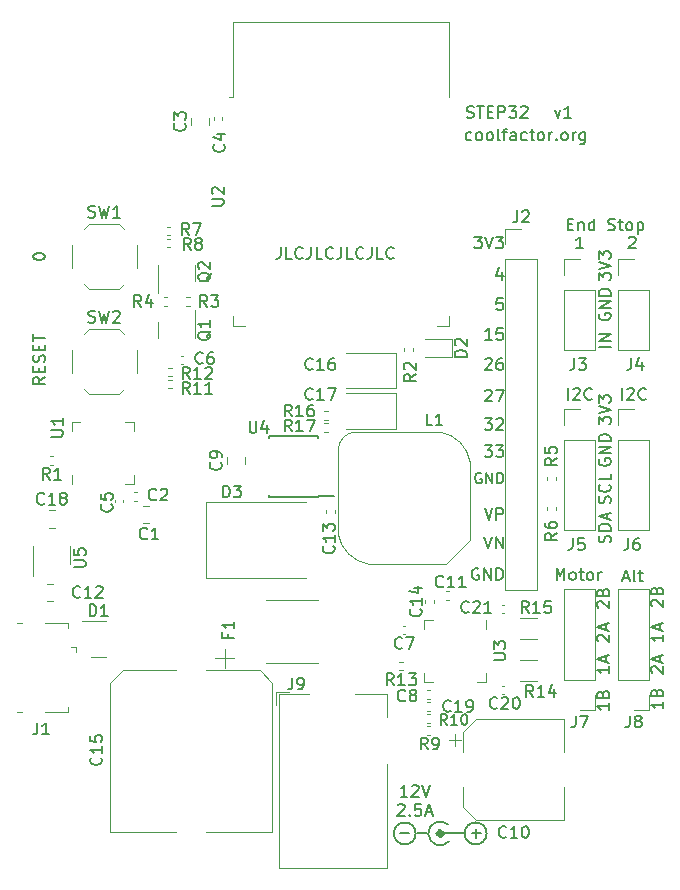
<source format=gto>
%TF.GenerationSoftware,KiCad,Pcbnew,6.0.4-6f826c9f35~116~ubuntu20.04.1*%
%TF.CreationDate,2022-03-30T05:15:31+01:00*%
%TF.ProjectId,step32,73746570-3332-42e6-9b69-6361645f7063,rev?*%
%TF.SameCoordinates,Original*%
%TF.FileFunction,Legend,Top*%
%TF.FilePolarity,Positive*%
%FSLAX46Y46*%
G04 Gerber Fmt 4.6, Leading zero omitted, Abs format (unit mm)*
G04 Created by KiCad (PCBNEW 6.0.4-6f826c9f35~116~ubuntu20.04.1) date 2022-03-30 05:15:31*
%MOMM*%
%LPD*%
G01*
G04 APERTURE LIST*
%ADD10C,0.150000*%
%ADD11C,0.500000*%
%ADD12C,0.120000*%
G04 APERTURE END LIST*
D10*
X122380952Y-74128380D02*
X122380952Y-74842666D01*
X122333333Y-74985523D01*
X122238095Y-75080761D01*
X122095238Y-75128380D01*
X122000000Y-75128380D01*
X123333333Y-75128380D02*
X122857142Y-75128380D01*
X122857142Y-74128380D01*
X124238095Y-75033142D02*
X124190476Y-75080761D01*
X124047619Y-75128380D01*
X123952380Y-75128380D01*
X123809523Y-75080761D01*
X123714285Y-74985523D01*
X123666666Y-74890285D01*
X123619047Y-74699809D01*
X123619047Y-74556952D01*
X123666666Y-74366476D01*
X123714285Y-74271238D01*
X123809523Y-74176000D01*
X123952380Y-74128380D01*
X124047619Y-74128380D01*
X124190476Y-74176000D01*
X124238095Y-74223619D01*
X124952380Y-74128380D02*
X124952380Y-74842666D01*
X124904761Y-74985523D01*
X124809523Y-75080761D01*
X124666666Y-75128380D01*
X124571428Y-75128380D01*
X125904761Y-75128380D02*
X125428571Y-75128380D01*
X125428571Y-74128380D01*
X126809523Y-75033142D02*
X126761904Y-75080761D01*
X126619047Y-75128380D01*
X126523809Y-75128380D01*
X126380952Y-75080761D01*
X126285714Y-74985523D01*
X126238095Y-74890285D01*
X126190476Y-74699809D01*
X126190476Y-74556952D01*
X126238095Y-74366476D01*
X126285714Y-74271238D01*
X126380952Y-74176000D01*
X126523809Y-74128380D01*
X126619047Y-74128380D01*
X126761904Y-74176000D01*
X126809523Y-74223619D01*
X127523809Y-74128380D02*
X127523809Y-74842666D01*
X127476190Y-74985523D01*
X127380952Y-75080761D01*
X127238095Y-75128380D01*
X127142857Y-75128380D01*
X128476190Y-75128380D02*
X128000000Y-75128380D01*
X128000000Y-74128380D01*
X129380952Y-75033142D02*
X129333333Y-75080761D01*
X129190476Y-75128380D01*
X129095238Y-75128380D01*
X128952380Y-75080761D01*
X128857142Y-74985523D01*
X128809523Y-74890285D01*
X128761904Y-74699809D01*
X128761904Y-74556952D01*
X128809523Y-74366476D01*
X128857142Y-74271238D01*
X128952380Y-74176000D01*
X129095238Y-74128380D01*
X129190476Y-74128380D01*
X129333333Y-74176000D01*
X129380952Y-74223619D01*
X130095238Y-74128380D02*
X130095238Y-74842666D01*
X130047619Y-74985523D01*
X129952380Y-75080761D01*
X129809523Y-75128380D01*
X129714285Y-75128380D01*
X131047619Y-75128380D02*
X130571428Y-75128380D01*
X130571428Y-74128380D01*
X131952380Y-75033142D02*
X131904761Y-75080761D01*
X131761904Y-75128380D01*
X131666666Y-75128380D01*
X131523809Y-75080761D01*
X131428571Y-74985523D01*
X131380952Y-74890285D01*
X131333333Y-74699809D01*
X131333333Y-74556952D01*
X131380952Y-74366476D01*
X131428571Y-74271238D01*
X131523809Y-74176000D01*
X131666666Y-74128380D01*
X131761904Y-74128380D01*
X131904761Y-74176000D01*
X131952380Y-74223619D01*
X101433380Y-74977619D02*
X101433380Y-74882380D01*
X101481000Y-74787142D01*
X101528619Y-74739523D01*
X101623857Y-74691904D01*
X101814333Y-74644285D01*
X102052428Y-74644285D01*
X102242904Y-74691904D01*
X102338142Y-74739523D01*
X102385761Y-74787142D01*
X102433380Y-74882380D01*
X102433380Y-74977619D01*
X102385761Y-75072857D01*
X102338142Y-75120476D01*
X102242904Y-75168095D01*
X102052428Y-75215714D01*
X101814333Y-75215714D01*
X101623857Y-75168095D01*
X101528619Y-75120476D01*
X101481000Y-75072857D01*
X101433380Y-74977619D01*
X102433380Y-85145380D02*
X101957190Y-85478714D01*
X102433380Y-85716809D02*
X101433380Y-85716809D01*
X101433380Y-85335857D01*
X101481000Y-85240619D01*
X101528619Y-85193000D01*
X101623857Y-85145380D01*
X101766714Y-85145380D01*
X101861952Y-85193000D01*
X101909571Y-85240619D01*
X101957190Y-85335857D01*
X101957190Y-85716809D01*
X101909571Y-84716809D02*
X101909571Y-84383476D01*
X102433380Y-84240619D02*
X102433380Y-84716809D01*
X101433380Y-84716809D01*
X101433380Y-84240619D01*
X102385761Y-83859666D02*
X102433380Y-83716809D01*
X102433380Y-83478714D01*
X102385761Y-83383476D01*
X102338142Y-83335857D01*
X102242904Y-83288238D01*
X102147666Y-83288238D01*
X102052428Y-83335857D01*
X102004809Y-83383476D01*
X101957190Y-83478714D01*
X101909571Y-83669190D01*
X101861952Y-83764428D01*
X101814333Y-83812047D01*
X101719095Y-83859666D01*
X101623857Y-83859666D01*
X101528619Y-83812047D01*
X101481000Y-83764428D01*
X101433380Y-83669190D01*
X101433380Y-83431095D01*
X101481000Y-83288238D01*
X101909571Y-82859666D02*
X101909571Y-82526333D01*
X102433380Y-82383476D02*
X102433380Y-82859666D01*
X101433380Y-82859666D01*
X101433380Y-82383476D01*
X101433380Y-82097761D02*
X101433380Y-81526333D01*
X102433380Y-81812047D02*
X101433380Y-81812047D01*
X145589714Y-62523714D02*
X145827809Y-63190380D01*
X146065904Y-62523714D01*
X146970666Y-63190380D02*
X146399238Y-63190380D01*
X146684952Y-63190380D02*
X146684952Y-62190380D01*
X146589714Y-62333238D01*
X146494476Y-62428476D01*
X146399238Y-62476095D01*
X138533761Y-65047761D02*
X138438523Y-65095380D01*
X138248047Y-65095380D01*
X138152809Y-65047761D01*
X138105190Y-65000142D01*
X138057571Y-64904904D01*
X138057571Y-64619190D01*
X138105190Y-64523952D01*
X138152809Y-64476333D01*
X138248047Y-64428714D01*
X138438523Y-64428714D01*
X138533761Y-64476333D01*
X139105190Y-65095380D02*
X139009952Y-65047761D01*
X138962333Y-65000142D01*
X138914714Y-64904904D01*
X138914714Y-64619190D01*
X138962333Y-64523952D01*
X139009952Y-64476333D01*
X139105190Y-64428714D01*
X139248047Y-64428714D01*
X139343285Y-64476333D01*
X139390904Y-64523952D01*
X139438523Y-64619190D01*
X139438523Y-64904904D01*
X139390904Y-65000142D01*
X139343285Y-65047761D01*
X139248047Y-65095380D01*
X139105190Y-65095380D01*
X140009952Y-65095380D02*
X139914714Y-65047761D01*
X139867095Y-65000142D01*
X139819476Y-64904904D01*
X139819476Y-64619190D01*
X139867095Y-64523952D01*
X139914714Y-64476333D01*
X140009952Y-64428714D01*
X140152809Y-64428714D01*
X140248047Y-64476333D01*
X140295666Y-64523952D01*
X140343285Y-64619190D01*
X140343285Y-64904904D01*
X140295666Y-65000142D01*
X140248047Y-65047761D01*
X140152809Y-65095380D01*
X140009952Y-65095380D01*
X140914714Y-65095380D02*
X140819476Y-65047761D01*
X140771857Y-64952523D01*
X140771857Y-64095380D01*
X141152809Y-64428714D02*
X141533761Y-64428714D01*
X141295666Y-65095380D02*
X141295666Y-64238238D01*
X141343285Y-64143000D01*
X141438523Y-64095380D01*
X141533761Y-64095380D01*
X142295666Y-65095380D02*
X142295666Y-64571571D01*
X142248047Y-64476333D01*
X142152809Y-64428714D01*
X141962333Y-64428714D01*
X141867095Y-64476333D01*
X142295666Y-65047761D02*
X142200428Y-65095380D01*
X141962333Y-65095380D01*
X141867095Y-65047761D01*
X141819476Y-64952523D01*
X141819476Y-64857285D01*
X141867095Y-64762047D01*
X141962333Y-64714428D01*
X142200428Y-64714428D01*
X142295666Y-64666809D01*
X143200428Y-65047761D02*
X143105190Y-65095380D01*
X142914714Y-65095380D01*
X142819476Y-65047761D01*
X142771857Y-65000142D01*
X142724238Y-64904904D01*
X142724238Y-64619190D01*
X142771857Y-64523952D01*
X142819476Y-64476333D01*
X142914714Y-64428714D01*
X143105190Y-64428714D01*
X143200428Y-64476333D01*
X143486142Y-64428714D02*
X143867095Y-64428714D01*
X143629000Y-64095380D02*
X143629000Y-64952523D01*
X143676619Y-65047761D01*
X143771857Y-65095380D01*
X143867095Y-65095380D01*
X144343285Y-65095380D02*
X144248047Y-65047761D01*
X144200428Y-65000142D01*
X144152809Y-64904904D01*
X144152809Y-64619190D01*
X144200428Y-64523952D01*
X144248047Y-64476333D01*
X144343285Y-64428714D01*
X144486142Y-64428714D01*
X144581380Y-64476333D01*
X144629000Y-64523952D01*
X144676619Y-64619190D01*
X144676619Y-64904904D01*
X144629000Y-65000142D01*
X144581380Y-65047761D01*
X144486142Y-65095380D01*
X144343285Y-65095380D01*
X145105190Y-65095380D02*
X145105190Y-64428714D01*
X145105190Y-64619190D02*
X145152809Y-64523952D01*
X145200428Y-64476333D01*
X145295666Y-64428714D01*
X145390904Y-64428714D01*
X145724238Y-65000142D02*
X145771857Y-65047761D01*
X145724238Y-65095380D01*
X145676619Y-65047761D01*
X145724238Y-65000142D01*
X145724238Y-65095380D01*
X146343285Y-65095380D02*
X146248047Y-65047761D01*
X146200428Y-65000142D01*
X146152809Y-64904904D01*
X146152809Y-64619190D01*
X146200428Y-64523952D01*
X146248047Y-64476333D01*
X146343285Y-64428714D01*
X146486142Y-64428714D01*
X146581380Y-64476333D01*
X146629000Y-64523952D01*
X146676619Y-64619190D01*
X146676619Y-64904904D01*
X146629000Y-65000142D01*
X146581380Y-65047761D01*
X146486142Y-65095380D01*
X146343285Y-65095380D01*
X147105190Y-65095380D02*
X147105190Y-64428714D01*
X147105190Y-64619190D02*
X147152809Y-64523952D01*
X147200428Y-64476333D01*
X147295666Y-64428714D01*
X147390904Y-64428714D01*
X148152809Y-64428714D02*
X148152809Y-65238238D01*
X148105190Y-65333476D01*
X148057571Y-65381095D01*
X147962333Y-65428714D01*
X147819476Y-65428714D01*
X147724238Y-65381095D01*
X148152809Y-65047761D02*
X148057571Y-65095380D01*
X147867095Y-65095380D01*
X147771857Y-65047761D01*
X147724238Y-65000142D01*
X147676619Y-64904904D01*
X147676619Y-64619190D01*
X147724238Y-64523952D01*
X147771857Y-64476333D01*
X147867095Y-64428714D01*
X148057571Y-64428714D01*
X148152809Y-64476333D01*
X138144571Y-63142761D02*
X138287428Y-63190380D01*
X138525523Y-63190380D01*
X138620761Y-63142761D01*
X138668380Y-63095142D01*
X138716000Y-62999904D01*
X138716000Y-62904666D01*
X138668380Y-62809428D01*
X138620761Y-62761809D01*
X138525523Y-62714190D01*
X138335047Y-62666571D01*
X138239809Y-62618952D01*
X138192190Y-62571333D01*
X138144571Y-62476095D01*
X138144571Y-62380857D01*
X138192190Y-62285619D01*
X138239809Y-62238000D01*
X138335047Y-62190380D01*
X138573142Y-62190380D01*
X138716000Y-62238000D01*
X139001714Y-62190380D02*
X139573142Y-62190380D01*
X139287428Y-63190380D02*
X139287428Y-62190380D01*
X139906476Y-62666571D02*
X140239809Y-62666571D01*
X140382666Y-63190380D02*
X139906476Y-63190380D01*
X139906476Y-62190380D01*
X140382666Y-62190380D01*
X140811238Y-63190380D02*
X140811238Y-62190380D01*
X141192190Y-62190380D01*
X141287428Y-62238000D01*
X141335047Y-62285619D01*
X141382666Y-62380857D01*
X141382666Y-62523714D01*
X141335047Y-62618952D01*
X141287428Y-62666571D01*
X141192190Y-62714190D01*
X140811238Y-62714190D01*
X141716000Y-62190380D02*
X142335047Y-62190380D01*
X142001714Y-62571333D01*
X142144571Y-62571333D01*
X142239809Y-62618952D01*
X142287428Y-62666571D01*
X142335047Y-62761809D01*
X142335047Y-62999904D01*
X142287428Y-63095142D01*
X142239809Y-63142761D01*
X142144571Y-63190380D01*
X141858857Y-63190380D01*
X141763619Y-63142761D01*
X141716000Y-63095142D01*
X142716000Y-62285619D02*
X142763619Y-62238000D01*
X142858857Y-62190380D01*
X143096952Y-62190380D01*
X143192190Y-62238000D01*
X143239809Y-62285619D01*
X143287428Y-62380857D01*
X143287428Y-62476095D01*
X143239809Y-62618952D01*
X142668380Y-63190380D01*
X143287428Y-63190380D01*
X153852619Y-104544714D02*
X153805000Y-104497095D01*
X153757380Y-104401857D01*
X153757380Y-104163761D01*
X153805000Y-104068523D01*
X153852619Y-104020904D01*
X153947857Y-103973285D01*
X154043095Y-103973285D01*
X154185952Y-104020904D01*
X154757380Y-104592333D01*
X154757380Y-103973285D01*
X154233571Y-103211380D02*
X154281190Y-103068523D01*
X154328809Y-103020904D01*
X154424047Y-102973285D01*
X154566904Y-102973285D01*
X154662142Y-103020904D01*
X154709761Y-103068523D01*
X154757380Y-103163761D01*
X154757380Y-103544714D01*
X153757380Y-103544714D01*
X153757380Y-103211380D01*
X153805000Y-103116142D01*
X153852619Y-103068523D01*
X153947857Y-103020904D01*
X154043095Y-103020904D01*
X154138333Y-103068523D01*
X154185952Y-103116142D01*
X154233571Y-103211380D01*
X154233571Y-103544714D01*
X154757380Y-106949857D02*
X154757380Y-107521285D01*
X154757380Y-107235571D02*
X153757380Y-107235571D01*
X153900238Y-107330809D01*
X153995476Y-107426047D01*
X154043095Y-107521285D01*
X154471666Y-106568904D02*
X154471666Y-106092714D01*
X154757380Y-106664142D02*
X153757380Y-106330809D01*
X154757380Y-105997476D01*
X154757380Y-112609285D02*
X154757380Y-113180714D01*
X154757380Y-112895000D02*
X153757380Y-112895000D01*
X153900238Y-112990238D01*
X153995476Y-113085476D01*
X154043095Y-113180714D01*
X154233571Y-111847380D02*
X154281190Y-111704523D01*
X154328809Y-111656904D01*
X154424047Y-111609285D01*
X154566904Y-111609285D01*
X154662142Y-111656904D01*
X154709761Y-111704523D01*
X154757380Y-111799761D01*
X154757380Y-112180714D01*
X153757380Y-112180714D01*
X153757380Y-111847380D01*
X153805000Y-111752142D01*
X153852619Y-111704523D01*
X153947857Y-111656904D01*
X154043095Y-111656904D01*
X154138333Y-111704523D01*
X154185952Y-111752142D01*
X154233571Y-111847380D01*
X154233571Y-112180714D01*
X153852619Y-110188285D02*
X153805000Y-110140666D01*
X153757380Y-110045428D01*
X153757380Y-109807333D01*
X153805000Y-109712095D01*
X153852619Y-109664476D01*
X153947857Y-109616857D01*
X154043095Y-109616857D01*
X154185952Y-109664476D01*
X154757380Y-110235904D01*
X154757380Y-109616857D01*
X154471666Y-109235904D02*
X154471666Y-108759714D01*
X154757380Y-109331142D02*
X153757380Y-108997809D01*
X154757380Y-108664476D01*
X150185380Y-109616857D02*
X150185380Y-110188285D01*
X150185380Y-109902571D02*
X149185380Y-109902571D01*
X149328238Y-109997809D01*
X149423476Y-110093047D01*
X149471095Y-110188285D01*
X149899666Y-109235904D02*
X149899666Y-108759714D01*
X150185380Y-109331142D02*
X149185380Y-108997809D01*
X150185380Y-108664476D01*
X149280619Y-107521285D02*
X149233000Y-107473666D01*
X149185380Y-107378428D01*
X149185380Y-107140333D01*
X149233000Y-107045095D01*
X149280619Y-106997476D01*
X149375857Y-106949857D01*
X149471095Y-106949857D01*
X149613952Y-106997476D01*
X150185380Y-107568904D01*
X150185380Y-106949857D01*
X149899666Y-106568904D02*
X149899666Y-106092714D01*
X150185380Y-106664142D02*
X149185380Y-106330809D01*
X150185380Y-105997476D01*
X150185380Y-112736285D02*
X150185380Y-113307714D01*
X150185380Y-113022000D02*
X149185380Y-113022000D01*
X149328238Y-113117238D01*
X149423476Y-113212476D01*
X149471095Y-113307714D01*
X149661571Y-111974380D02*
X149709190Y-111831523D01*
X149756809Y-111783904D01*
X149852047Y-111736285D01*
X149994904Y-111736285D01*
X150090142Y-111783904D01*
X150137761Y-111831523D01*
X150185380Y-111926761D01*
X150185380Y-112307714D01*
X149185380Y-112307714D01*
X149185380Y-111974380D01*
X149233000Y-111879142D01*
X149280619Y-111831523D01*
X149375857Y-111783904D01*
X149471095Y-111783904D01*
X149566333Y-111831523D01*
X149613952Y-111879142D01*
X149661571Y-111974380D01*
X149661571Y-112307714D01*
X149280619Y-104671714D02*
X149233000Y-104624095D01*
X149185380Y-104528857D01*
X149185380Y-104290761D01*
X149233000Y-104195523D01*
X149280619Y-104147904D01*
X149375857Y-104100285D01*
X149471095Y-104100285D01*
X149613952Y-104147904D01*
X150185380Y-104719333D01*
X150185380Y-104100285D01*
X149661571Y-103338380D02*
X149709190Y-103195523D01*
X149756809Y-103147904D01*
X149852047Y-103100285D01*
X149994904Y-103100285D01*
X150090142Y-103147904D01*
X150137761Y-103195523D01*
X150185380Y-103290761D01*
X150185380Y-103671714D01*
X149185380Y-103671714D01*
X149185380Y-103338380D01*
X149233000Y-103243142D01*
X149280619Y-103195523D01*
X149375857Y-103147904D01*
X149471095Y-103147904D01*
X149566333Y-103195523D01*
X149613952Y-103243142D01*
X149661571Y-103338380D01*
X149661571Y-103671714D01*
X150312380Y-82565809D02*
X149312380Y-82565809D01*
X150312380Y-82089619D02*
X149312380Y-82089619D01*
X150312380Y-81518190D01*
X149312380Y-81518190D01*
X149360000Y-79755904D02*
X149312380Y-79851142D01*
X149312380Y-79994000D01*
X149360000Y-80136857D01*
X149455238Y-80232095D01*
X149550476Y-80279714D01*
X149740952Y-80327333D01*
X149883809Y-80327333D01*
X150074285Y-80279714D01*
X150169523Y-80232095D01*
X150264761Y-80136857D01*
X150312380Y-79994000D01*
X150312380Y-79898761D01*
X150264761Y-79755904D01*
X150217142Y-79708285D01*
X149883809Y-79708285D01*
X149883809Y-79898761D01*
X150312380Y-79279714D02*
X149312380Y-79279714D01*
X150312380Y-78708285D01*
X149312380Y-78708285D01*
X150312380Y-78232095D02*
X149312380Y-78232095D01*
X149312380Y-77994000D01*
X149360000Y-77851142D01*
X149455238Y-77755904D01*
X149550476Y-77708285D01*
X149740952Y-77660666D01*
X149883809Y-77660666D01*
X150074285Y-77708285D01*
X150169523Y-77755904D01*
X150264761Y-77851142D01*
X150312380Y-77994000D01*
X150312380Y-78232095D01*
X149312380Y-76930095D02*
X149312380Y-76311047D01*
X149693333Y-76644380D01*
X149693333Y-76501523D01*
X149740952Y-76406285D01*
X149788571Y-76358666D01*
X149883809Y-76311047D01*
X150121904Y-76311047D01*
X150217142Y-76358666D01*
X150264761Y-76406285D01*
X150312380Y-76501523D01*
X150312380Y-76787238D01*
X150264761Y-76882476D01*
X150217142Y-76930095D01*
X149312380Y-76025333D02*
X150312380Y-75692000D01*
X149312380Y-75358666D01*
X149312380Y-75120571D02*
X149312380Y-74501523D01*
X149693333Y-74834857D01*
X149693333Y-74692000D01*
X149740952Y-74596761D01*
X149788571Y-74549142D01*
X149883809Y-74501523D01*
X150121904Y-74501523D01*
X150217142Y-74549142D01*
X150264761Y-74596761D01*
X150312380Y-74692000D01*
X150312380Y-74977714D01*
X150264761Y-75072952D01*
X150217142Y-75120571D01*
X150264761Y-99131285D02*
X150312380Y-98988428D01*
X150312380Y-98750333D01*
X150264761Y-98655095D01*
X150217142Y-98607476D01*
X150121904Y-98559857D01*
X150026666Y-98559857D01*
X149931428Y-98607476D01*
X149883809Y-98655095D01*
X149836190Y-98750333D01*
X149788571Y-98940809D01*
X149740952Y-99036047D01*
X149693333Y-99083666D01*
X149598095Y-99131285D01*
X149502857Y-99131285D01*
X149407619Y-99083666D01*
X149360000Y-99036047D01*
X149312380Y-98940809D01*
X149312380Y-98702714D01*
X149360000Y-98559857D01*
X150312380Y-98131285D02*
X149312380Y-98131285D01*
X149312380Y-97893190D01*
X149360000Y-97750333D01*
X149455238Y-97655095D01*
X149550476Y-97607476D01*
X149740952Y-97559857D01*
X149883809Y-97559857D01*
X150074285Y-97607476D01*
X150169523Y-97655095D01*
X150264761Y-97750333D01*
X150312380Y-97893190D01*
X150312380Y-98131285D01*
X150026666Y-97178904D02*
X150026666Y-96702714D01*
X150312380Y-97274142D02*
X149312380Y-96940809D01*
X150312380Y-96607476D01*
X150264761Y-95805476D02*
X150312380Y-95662619D01*
X150312380Y-95424523D01*
X150264761Y-95329285D01*
X150217142Y-95281666D01*
X150121904Y-95234047D01*
X150026666Y-95234047D01*
X149931428Y-95281666D01*
X149883809Y-95329285D01*
X149836190Y-95424523D01*
X149788571Y-95615000D01*
X149740952Y-95710238D01*
X149693333Y-95757857D01*
X149598095Y-95805476D01*
X149502857Y-95805476D01*
X149407619Y-95757857D01*
X149360000Y-95710238D01*
X149312380Y-95615000D01*
X149312380Y-95376904D01*
X149360000Y-95234047D01*
X150217142Y-94234047D02*
X150264761Y-94281666D01*
X150312380Y-94424523D01*
X150312380Y-94519761D01*
X150264761Y-94662619D01*
X150169523Y-94757857D01*
X150074285Y-94805476D01*
X149883809Y-94853095D01*
X149740952Y-94853095D01*
X149550476Y-94805476D01*
X149455238Y-94757857D01*
X149360000Y-94662619D01*
X149312380Y-94519761D01*
X149312380Y-94424523D01*
X149360000Y-94281666D01*
X149407619Y-94234047D01*
X150312380Y-93329285D02*
X150312380Y-93805476D01*
X149312380Y-93805476D01*
X149360000Y-92074904D02*
X149312380Y-92170142D01*
X149312380Y-92313000D01*
X149360000Y-92455857D01*
X149455238Y-92551095D01*
X149550476Y-92598714D01*
X149740952Y-92646333D01*
X149883809Y-92646333D01*
X150074285Y-92598714D01*
X150169523Y-92551095D01*
X150264761Y-92455857D01*
X150312380Y-92313000D01*
X150312380Y-92217761D01*
X150264761Y-92074904D01*
X150217142Y-92027285D01*
X149883809Y-92027285D01*
X149883809Y-92217761D01*
X150312380Y-91598714D02*
X149312380Y-91598714D01*
X150312380Y-91027285D01*
X149312380Y-91027285D01*
X150312380Y-90551095D02*
X149312380Y-90551095D01*
X149312380Y-90313000D01*
X149360000Y-90170142D01*
X149455238Y-90074904D01*
X149550476Y-90027285D01*
X149740952Y-89979666D01*
X149883809Y-89979666D01*
X150074285Y-90027285D01*
X150169523Y-90074904D01*
X150264761Y-90170142D01*
X150312380Y-90313000D01*
X150312380Y-90551095D01*
X149312380Y-89122095D02*
X149312380Y-88503047D01*
X149693333Y-88836380D01*
X149693333Y-88693523D01*
X149740952Y-88598285D01*
X149788571Y-88550666D01*
X149883809Y-88503047D01*
X150121904Y-88503047D01*
X150217142Y-88550666D01*
X150264761Y-88598285D01*
X150312380Y-88693523D01*
X150312380Y-88979238D01*
X150264761Y-89074476D01*
X150217142Y-89122095D01*
X149312380Y-88217333D02*
X150312380Y-87884000D01*
X149312380Y-87550666D01*
X149312380Y-87312571D02*
X149312380Y-86693523D01*
X149693333Y-87026857D01*
X149693333Y-86884000D01*
X149740952Y-86788761D01*
X149788571Y-86741142D01*
X149883809Y-86693523D01*
X150121904Y-86693523D01*
X150217142Y-86741142D01*
X150264761Y-86788761D01*
X150312380Y-86884000D01*
X150312380Y-87169714D01*
X150264761Y-87264952D01*
X150217142Y-87312571D01*
X139128666Y-101354000D02*
X139033428Y-101306380D01*
X138890571Y-101306380D01*
X138747713Y-101354000D01*
X138652475Y-101449238D01*
X138604856Y-101544476D01*
X138557237Y-101734952D01*
X138557237Y-101877809D01*
X138604856Y-102068285D01*
X138652475Y-102163523D01*
X138747713Y-102258761D01*
X138890571Y-102306380D01*
X138985809Y-102306380D01*
X139128666Y-102258761D01*
X139176285Y-102211142D01*
X139176285Y-101877809D01*
X138985809Y-101877809D01*
X139604856Y-102306380D02*
X139604856Y-101306380D01*
X140176285Y-102306380D01*
X140176285Y-101306380D01*
X140652475Y-102306380D02*
X140652475Y-101306380D01*
X140890571Y-101306380D01*
X141033428Y-101354000D01*
X141128666Y-101449238D01*
X141176285Y-101544476D01*
X141223904Y-101734952D01*
X141223904Y-101877809D01*
X141176285Y-102068285D01*
X141128666Y-102163523D01*
X141033428Y-102258761D01*
X140890571Y-102306380D01*
X140652475Y-102306380D01*
X139604857Y-98639380D02*
X139938190Y-99639380D01*
X140271523Y-98639380D01*
X140604857Y-99639380D02*
X140604857Y-98639380D01*
X141176285Y-99639380D01*
X141176285Y-98639380D01*
X139652475Y-96226380D02*
X139985809Y-97226380D01*
X140319142Y-96226380D01*
X140652475Y-97226380D02*
X140652475Y-96226380D01*
X141033428Y-96226380D01*
X141128666Y-96274000D01*
X141176285Y-96321619D01*
X141223904Y-96416857D01*
X141223904Y-96559714D01*
X141176285Y-96654952D01*
X141128666Y-96702571D01*
X141033428Y-96750190D01*
X140652475Y-96750190D01*
X139357237Y-93276000D02*
X139271523Y-93233142D01*
X139142952Y-93233142D01*
X139014380Y-93276000D01*
X138928666Y-93361714D01*
X138885809Y-93447428D01*
X138842952Y-93618857D01*
X138842952Y-93747428D01*
X138885809Y-93918857D01*
X138928666Y-94004571D01*
X139014380Y-94090285D01*
X139142952Y-94133142D01*
X139228666Y-94133142D01*
X139357237Y-94090285D01*
X139400094Y-94047428D01*
X139400094Y-93747428D01*
X139228666Y-93747428D01*
X139785809Y-94133142D02*
X139785809Y-93233142D01*
X140300094Y-94133142D01*
X140300094Y-93233142D01*
X140728666Y-94133142D02*
X140728666Y-93233142D01*
X140942952Y-93233142D01*
X141071523Y-93276000D01*
X141157237Y-93361714D01*
X141200094Y-93447428D01*
X141242952Y-93618857D01*
X141242952Y-93747428D01*
X141200094Y-93918857D01*
X141157237Y-94004571D01*
X141071523Y-94090285D01*
X140942952Y-94133142D01*
X140728666Y-94133142D01*
X139652476Y-90892380D02*
X140271523Y-90892380D01*
X139938190Y-91273333D01*
X140081047Y-91273333D01*
X140176285Y-91320952D01*
X140223904Y-91368571D01*
X140271523Y-91463809D01*
X140271523Y-91701904D01*
X140223904Y-91797142D01*
X140176285Y-91844761D01*
X140081047Y-91892380D01*
X139795333Y-91892380D01*
X139700095Y-91844761D01*
X139652476Y-91797142D01*
X140604857Y-90892380D02*
X141223904Y-90892380D01*
X140890571Y-91273333D01*
X141033428Y-91273333D01*
X141128666Y-91320952D01*
X141176285Y-91368571D01*
X141223904Y-91463809D01*
X141223904Y-91701904D01*
X141176285Y-91797142D01*
X141128666Y-91844761D01*
X141033428Y-91892380D01*
X140747714Y-91892380D01*
X140652476Y-91844761D01*
X140604857Y-91797142D01*
X139652476Y-88606380D02*
X140271523Y-88606380D01*
X139938190Y-88987333D01*
X140081047Y-88987333D01*
X140176285Y-89034952D01*
X140223904Y-89082571D01*
X140271523Y-89177809D01*
X140271523Y-89415904D01*
X140223904Y-89511142D01*
X140176285Y-89558761D01*
X140081047Y-89606380D01*
X139795333Y-89606380D01*
X139700095Y-89558761D01*
X139652476Y-89511142D01*
X140652476Y-88701619D02*
X140700095Y-88654000D01*
X140795333Y-88606380D01*
X141033428Y-88606380D01*
X141128666Y-88654000D01*
X141176285Y-88701619D01*
X141223904Y-88796857D01*
X141223904Y-88892095D01*
X141176285Y-89034952D01*
X140604857Y-89606380D01*
X141223904Y-89606380D01*
X139700095Y-86288619D02*
X139747714Y-86241000D01*
X139842952Y-86193380D01*
X140081047Y-86193380D01*
X140176285Y-86241000D01*
X140223904Y-86288619D01*
X140271523Y-86383857D01*
X140271523Y-86479095D01*
X140223904Y-86621952D01*
X139652476Y-87193380D01*
X140271523Y-87193380D01*
X140604857Y-86193380D02*
X141271523Y-86193380D01*
X140842952Y-87193380D01*
X139700095Y-83621619D02*
X139747714Y-83574000D01*
X139842952Y-83526380D01*
X140081047Y-83526380D01*
X140176285Y-83574000D01*
X140223904Y-83621619D01*
X140271523Y-83716857D01*
X140271523Y-83812095D01*
X140223904Y-83954952D01*
X139652476Y-84526380D01*
X140271523Y-84526380D01*
X141128666Y-83526380D02*
X140938190Y-83526380D01*
X140842952Y-83574000D01*
X140795333Y-83621619D01*
X140700095Y-83764476D01*
X140652476Y-83954952D01*
X140652476Y-84335904D01*
X140700095Y-84431142D01*
X140747714Y-84478761D01*
X140842952Y-84526380D01*
X141033428Y-84526380D01*
X141128666Y-84478761D01*
X141176285Y-84431142D01*
X141223904Y-84335904D01*
X141223904Y-84097809D01*
X141176285Y-84002571D01*
X141128666Y-83954952D01*
X141033428Y-83907333D01*
X140842952Y-83907333D01*
X140747714Y-83954952D01*
X140700095Y-84002571D01*
X140652476Y-84097809D01*
X140271523Y-81986380D02*
X139700095Y-81986380D01*
X139985809Y-81986380D02*
X139985809Y-80986380D01*
X139890571Y-81129238D01*
X139795333Y-81224476D01*
X139700095Y-81272095D01*
X141176285Y-80986380D02*
X140700095Y-80986380D01*
X140652476Y-81462571D01*
X140700095Y-81414952D01*
X140795333Y-81367333D01*
X141033428Y-81367333D01*
X141128666Y-81414952D01*
X141176285Y-81462571D01*
X141223904Y-81557809D01*
X141223904Y-81795904D01*
X141176285Y-81891142D01*
X141128666Y-81938761D01*
X141033428Y-81986380D01*
X140795333Y-81986380D01*
X140700095Y-81938761D01*
X140652476Y-81891142D01*
X141176285Y-78446380D02*
X140700094Y-78446380D01*
X140652475Y-78922571D01*
X140700094Y-78874952D01*
X140795332Y-78827333D01*
X141033428Y-78827333D01*
X141128666Y-78874952D01*
X141176285Y-78922571D01*
X141223904Y-79017809D01*
X141223904Y-79255904D01*
X141176285Y-79351142D01*
X141128666Y-79398761D01*
X141033428Y-79446380D01*
X140795332Y-79446380D01*
X140700094Y-79398761D01*
X140652475Y-79351142D01*
X141128666Y-76239714D02*
X141128666Y-76906380D01*
X140890570Y-75858761D02*
X140652475Y-76573047D01*
X141271523Y-76573047D01*
X138795332Y-73239380D02*
X139414380Y-73239380D01*
X139081047Y-73620333D01*
X139223904Y-73620333D01*
X139319142Y-73667952D01*
X139366761Y-73715571D01*
X139414380Y-73810809D01*
X139414380Y-74048904D01*
X139366761Y-74144142D01*
X139319142Y-74191761D01*
X139223904Y-74239380D01*
X138938189Y-74239380D01*
X138842951Y-74191761D01*
X138795332Y-74144142D01*
X139700094Y-73239380D02*
X140033428Y-74239380D01*
X140366761Y-73239380D01*
X140604856Y-73239380D02*
X141223904Y-73239380D01*
X140890570Y-73620333D01*
X141033428Y-73620333D01*
X141128666Y-73667952D01*
X141176285Y-73715571D01*
X141223904Y-73810809D01*
X141223904Y-74048904D01*
X141176285Y-74144142D01*
X141128666Y-74191761D01*
X141033428Y-74239380D01*
X140747713Y-74239380D01*
X140652475Y-74191761D01*
X140604856Y-74144142D01*
X151860285Y-73334619D02*
X151907904Y-73287000D01*
X152003142Y-73239380D01*
X152241238Y-73239380D01*
X152336476Y-73287000D01*
X152384095Y-73334619D01*
X152431714Y-73429857D01*
X152431714Y-73525095D01*
X152384095Y-73667952D01*
X151812666Y-74239380D01*
X152431714Y-74239380D01*
X147986714Y-74239380D02*
X147415285Y-74239380D01*
X147701000Y-74239380D02*
X147701000Y-73239380D01*
X147605761Y-73382238D01*
X147510523Y-73477476D01*
X147415285Y-73525095D01*
X146693333Y-72191571D02*
X147026666Y-72191571D01*
X147169523Y-72715380D02*
X146693333Y-72715380D01*
X146693333Y-71715380D01*
X147169523Y-71715380D01*
X147598095Y-72048714D02*
X147598095Y-72715380D01*
X147598095Y-72143952D02*
X147645714Y-72096333D01*
X147740952Y-72048714D01*
X147883809Y-72048714D01*
X147979047Y-72096333D01*
X148026666Y-72191571D01*
X148026666Y-72715380D01*
X148931428Y-72715380D02*
X148931428Y-71715380D01*
X148931428Y-72667761D02*
X148836190Y-72715380D01*
X148645714Y-72715380D01*
X148550476Y-72667761D01*
X148502857Y-72620142D01*
X148455238Y-72524904D01*
X148455238Y-72239190D01*
X148502857Y-72143952D01*
X148550476Y-72096333D01*
X148645714Y-72048714D01*
X148836190Y-72048714D01*
X148931428Y-72096333D01*
X150121904Y-72667761D02*
X150264761Y-72715380D01*
X150502857Y-72715380D01*
X150598095Y-72667761D01*
X150645714Y-72620142D01*
X150693333Y-72524904D01*
X150693333Y-72429666D01*
X150645714Y-72334428D01*
X150598095Y-72286809D01*
X150502857Y-72239190D01*
X150312380Y-72191571D01*
X150217142Y-72143952D01*
X150169523Y-72096333D01*
X150121904Y-72001095D01*
X150121904Y-71905857D01*
X150169523Y-71810619D01*
X150217142Y-71763000D01*
X150312380Y-71715380D01*
X150550476Y-71715380D01*
X150693333Y-71763000D01*
X150979047Y-72048714D02*
X151360000Y-72048714D01*
X151121904Y-71715380D02*
X151121904Y-72572523D01*
X151169523Y-72667761D01*
X151264761Y-72715380D01*
X151360000Y-72715380D01*
X151836190Y-72715380D02*
X151740952Y-72667761D01*
X151693333Y-72620142D01*
X151645714Y-72524904D01*
X151645714Y-72239190D01*
X151693333Y-72143952D01*
X151740952Y-72096333D01*
X151836190Y-72048714D01*
X151979047Y-72048714D01*
X152074285Y-72096333D01*
X152121904Y-72143952D01*
X152169523Y-72239190D01*
X152169523Y-72524904D01*
X152121904Y-72620142D01*
X152074285Y-72667761D01*
X151979047Y-72715380D01*
X151836190Y-72715380D01*
X152598095Y-72048714D02*
X152598095Y-73048714D01*
X152598095Y-72096333D02*
X152693333Y-72048714D01*
X152883809Y-72048714D01*
X152979047Y-72096333D01*
X153026666Y-72143952D01*
X153074285Y-72239190D01*
X153074285Y-72524904D01*
X153026666Y-72620142D01*
X152979047Y-72667761D01*
X152883809Y-72715380D01*
X152693333Y-72715380D01*
X152598095Y-72667761D01*
X151296809Y-87066380D02*
X151296809Y-86066380D01*
X151725380Y-86161619D02*
X151773000Y-86114000D01*
X151868238Y-86066380D01*
X152106333Y-86066380D01*
X152201571Y-86114000D01*
X152249190Y-86161619D01*
X152296809Y-86256857D01*
X152296809Y-86352095D01*
X152249190Y-86494952D01*
X151677761Y-87066380D01*
X152296809Y-87066380D01*
X153296809Y-86971142D02*
X153249190Y-87018761D01*
X153106333Y-87066380D01*
X153011095Y-87066380D01*
X152868238Y-87018761D01*
X152773000Y-86923523D01*
X152725380Y-86828285D01*
X152677761Y-86637809D01*
X152677761Y-86494952D01*
X152725380Y-86304476D01*
X152773000Y-86209238D01*
X152868238Y-86114000D01*
X153011095Y-86066380D01*
X153106333Y-86066380D01*
X153249190Y-86114000D01*
X153296809Y-86161619D01*
X146724809Y-87066380D02*
X146724809Y-86066380D01*
X147153380Y-86161619D02*
X147201000Y-86114000D01*
X147296238Y-86066380D01*
X147534333Y-86066380D01*
X147629571Y-86114000D01*
X147677190Y-86161619D01*
X147724809Y-86256857D01*
X147724809Y-86352095D01*
X147677190Y-86494952D01*
X147105761Y-87066380D01*
X147724809Y-87066380D01*
X148724809Y-86971142D02*
X148677190Y-87018761D01*
X148534333Y-87066380D01*
X148439095Y-87066380D01*
X148296238Y-87018761D01*
X148201000Y-86923523D01*
X148153380Y-86828285D01*
X148105761Y-86637809D01*
X148105761Y-86494952D01*
X148153380Y-86304476D01*
X148201000Y-86209238D01*
X148296238Y-86114000D01*
X148439095Y-86066380D01*
X148534333Y-86066380D01*
X148677190Y-86114000D01*
X148724809Y-86161619D01*
X151360285Y-102147666D02*
X151836476Y-102147666D01*
X151265047Y-102433380D02*
X151598380Y-101433380D01*
X151931714Y-102433380D01*
X152407904Y-102433380D02*
X152312666Y-102385761D01*
X152265047Y-102290523D01*
X152265047Y-101433380D01*
X152646000Y-101766714D02*
X153026952Y-101766714D01*
X152788857Y-101433380D02*
X152788857Y-102290523D01*
X152836476Y-102385761D01*
X152931714Y-102433380D01*
X153026952Y-102433380D01*
X145740666Y-102306380D02*
X145740666Y-101306380D01*
X146074000Y-102020666D01*
X146407333Y-101306380D01*
X146407333Y-102306380D01*
X147026380Y-102306380D02*
X146931142Y-102258761D01*
X146883523Y-102211142D01*
X146835904Y-102115904D01*
X146835904Y-101830190D01*
X146883523Y-101734952D01*
X146931142Y-101687333D01*
X147026380Y-101639714D01*
X147169238Y-101639714D01*
X147264476Y-101687333D01*
X147312095Y-101734952D01*
X147359714Y-101830190D01*
X147359714Y-102115904D01*
X147312095Y-102211142D01*
X147264476Y-102258761D01*
X147169238Y-102306380D01*
X147026380Y-102306380D01*
X147645428Y-101639714D02*
X148026380Y-101639714D01*
X147788285Y-101306380D02*
X147788285Y-102163523D01*
X147835904Y-102258761D01*
X147931142Y-102306380D01*
X148026380Y-102306380D01*
X148502571Y-102306380D02*
X148407333Y-102258761D01*
X148359714Y-102211142D01*
X148312095Y-102115904D01*
X148312095Y-101830190D01*
X148359714Y-101734952D01*
X148407333Y-101687333D01*
X148502571Y-101639714D01*
X148645428Y-101639714D01*
X148740666Y-101687333D01*
X148788285Y-101734952D01*
X148835904Y-101830190D01*
X148835904Y-102115904D01*
X148788285Y-102211142D01*
X148740666Y-102258761D01*
X148645428Y-102306380D01*
X148502571Y-102306380D01*
X149264476Y-102306380D02*
X149264476Y-101639714D01*
X149264476Y-101830190D02*
X149312095Y-101734952D01*
X149359714Y-101687333D01*
X149454952Y-101639714D01*
X149550190Y-101639714D01*
X133111952Y-120678380D02*
X132540523Y-120678380D01*
X132826238Y-120678380D02*
X132826238Y-119678380D01*
X132731000Y-119821238D01*
X132635761Y-119916476D01*
X132540523Y-119964095D01*
X133492904Y-119773619D02*
X133540523Y-119726000D01*
X133635761Y-119678380D01*
X133873857Y-119678380D01*
X133969095Y-119726000D01*
X134016714Y-119773619D01*
X134064333Y-119868857D01*
X134064333Y-119964095D01*
X134016714Y-120106952D01*
X133445285Y-120678380D01*
X134064333Y-120678380D01*
X134350047Y-119678380D02*
X134683380Y-120678380D01*
X135016714Y-119678380D01*
X132302428Y-121383619D02*
X132350047Y-121336000D01*
X132445285Y-121288380D01*
X132683380Y-121288380D01*
X132778619Y-121336000D01*
X132826238Y-121383619D01*
X132873857Y-121478857D01*
X132873857Y-121574095D01*
X132826238Y-121716952D01*
X132254809Y-122288380D01*
X132873857Y-122288380D01*
X133302428Y-122193142D02*
X133350047Y-122240761D01*
X133302428Y-122288380D01*
X133254809Y-122240761D01*
X133302428Y-122193142D01*
X133302428Y-122288380D01*
X134254809Y-121288380D02*
X133778619Y-121288380D01*
X133731000Y-121764571D01*
X133778619Y-121716952D01*
X133873857Y-121669333D01*
X134111952Y-121669333D01*
X134207190Y-121716952D01*
X134254809Y-121764571D01*
X134302428Y-121859809D01*
X134302428Y-122097904D01*
X134254809Y-122193142D01*
X134207190Y-122240761D01*
X134111952Y-122288380D01*
X133873857Y-122288380D01*
X133778619Y-122240761D01*
X133731000Y-122193142D01*
X134683380Y-122002666D02*
X135159571Y-122002666D01*
X134588142Y-122288380D02*
X134921476Y-121288380D01*
X135254809Y-122288380D01*
X138557047Y-123769428D02*
X139318952Y-123769428D01*
X138938000Y-124150380D02*
X138938000Y-123388476D01*
X132461047Y-123769428D02*
X133222952Y-123769428D01*
%TO.C,C21*%
X138295142Y-105005142D02*
X138247523Y-105052761D01*
X138104666Y-105100380D01*
X138009428Y-105100380D01*
X137866571Y-105052761D01*
X137771333Y-104957523D01*
X137723714Y-104862285D01*
X137676095Y-104671809D01*
X137676095Y-104528952D01*
X137723714Y-104338476D01*
X137771333Y-104243238D01*
X137866571Y-104148000D01*
X138009428Y-104100380D01*
X138104666Y-104100380D01*
X138247523Y-104148000D01*
X138295142Y-104195619D01*
X138676095Y-104195619D02*
X138723714Y-104148000D01*
X138818952Y-104100380D01*
X139057047Y-104100380D01*
X139152285Y-104148000D01*
X139199904Y-104195619D01*
X139247523Y-104290857D01*
X139247523Y-104386095D01*
X139199904Y-104528952D01*
X138628476Y-105100380D01*
X139247523Y-105100380D01*
X140199904Y-105100380D02*
X139628476Y-105100380D01*
X139914190Y-105100380D02*
X139914190Y-104100380D01*
X139818952Y-104243238D01*
X139723714Y-104338476D01*
X139628476Y-104386095D01*
%TO.C,C20*%
X140708142Y-113133142D02*
X140660523Y-113180761D01*
X140517666Y-113228380D01*
X140422428Y-113228380D01*
X140279571Y-113180761D01*
X140184333Y-113085523D01*
X140136714Y-112990285D01*
X140089095Y-112799809D01*
X140089095Y-112656952D01*
X140136714Y-112466476D01*
X140184333Y-112371238D01*
X140279571Y-112276000D01*
X140422428Y-112228380D01*
X140517666Y-112228380D01*
X140660523Y-112276000D01*
X140708142Y-112323619D01*
X141089095Y-112323619D02*
X141136714Y-112276000D01*
X141231952Y-112228380D01*
X141470047Y-112228380D01*
X141565285Y-112276000D01*
X141612904Y-112323619D01*
X141660523Y-112418857D01*
X141660523Y-112514095D01*
X141612904Y-112656952D01*
X141041476Y-113228380D01*
X141660523Y-113228380D01*
X142279571Y-112228380D02*
X142374809Y-112228380D01*
X142470047Y-112276000D01*
X142517666Y-112323619D01*
X142565285Y-112418857D01*
X142612904Y-112609333D01*
X142612904Y-112847428D01*
X142565285Y-113037904D01*
X142517666Y-113133142D01*
X142470047Y-113180761D01*
X142374809Y-113228380D01*
X142279571Y-113228380D01*
X142184333Y-113180761D01*
X142136714Y-113133142D01*
X142089095Y-113037904D01*
X142041476Y-112847428D01*
X142041476Y-112609333D01*
X142089095Y-112418857D01*
X142136714Y-112323619D01*
X142184333Y-112276000D01*
X142279571Y-112228380D01*
%TO.C,F1*%
X117911571Y-106886333D02*
X117911571Y-107219666D01*
X118435380Y-107219666D02*
X117435380Y-107219666D01*
X117435380Y-106743476D01*
X118435380Y-105838714D02*
X118435380Y-106410142D01*
X118435380Y-106124428D02*
X117435380Y-106124428D01*
X117578238Y-106219666D01*
X117673476Y-106314904D01*
X117721095Y-106410142D01*
%TO.C,R9*%
X134834333Y-116657380D02*
X134501000Y-116181190D01*
X134262904Y-116657380D02*
X134262904Y-115657380D01*
X134643857Y-115657380D01*
X134739095Y-115705000D01*
X134786714Y-115752619D01*
X134834333Y-115847857D01*
X134834333Y-115990714D01*
X134786714Y-116085952D01*
X134739095Y-116133571D01*
X134643857Y-116181190D01*
X134262904Y-116181190D01*
X135310523Y-116657380D02*
X135501000Y-116657380D01*
X135596238Y-116609761D01*
X135643857Y-116562142D01*
X135739095Y-116419285D01*
X135786714Y-116228809D01*
X135786714Y-115847857D01*
X135739095Y-115752619D01*
X135691476Y-115705000D01*
X135596238Y-115657380D01*
X135405761Y-115657380D01*
X135310523Y-115705000D01*
X135262904Y-115752619D01*
X135215285Y-115847857D01*
X135215285Y-116085952D01*
X135262904Y-116181190D01*
X135310523Y-116228809D01*
X135405761Y-116276428D01*
X135596238Y-116276428D01*
X135691476Y-116228809D01*
X135739095Y-116181190D01*
X135786714Y-116085952D01*
%TO.C,R11*%
X114673142Y-86558380D02*
X114339809Y-86082190D01*
X114101714Y-86558380D02*
X114101714Y-85558380D01*
X114482666Y-85558380D01*
X114577904Y-85606000D01*
X114625523Y-85653619D01*
X114673142Y-85748857D01*
X114673142Y-85891714D01*
X114625523Y-85986952D01*
X114577904Y-86034571D01*
X114482666Y-86082190D01*
X114101714Y-86082190D01*
X115625523Y-86558380D02*
X115054095Y-86558380D01*
X115339809Y-86558380D02*
X115339809Y-85558380D01*
X115244571Y-85701238D01*
X115149333Y-85796476D01*
X115054095Y-85844095D01*
X116577904Y-86558380D02*
X116006476Y-86558380D01*
X116292190Y-86558380D02*
X116292190Y-85558380D01*
X116196952Y-85701238D01*
X116101714Y-85796476D01*
X116006476Y-85844095D01*
%TO.C,SW2*%
X106108666Y-80474761D02*
X106251523Y-80522380D01*
X106489619Y-80522380D01*
X106584857Y-80474761D01*
X106632476Y-80427142D01*
X106680095Y-80331904D01*
X106680095Y-80236666D01*
X106632476Y-80141428D01*
X106584857Y-80093809D01*
X106489619Y-80046190D01*
X106299142Y-79998571D01*
X106203904Y-79950952D01*
X106156285Y-79903333D01*
X106108666Y-79808095D01*
X106108666Y-79712857D01*
X106156285Y-79617619D01*
X106203904Y-79570000D01*
X106299142Y-79522380D01*
X106537238Y-79522380D01*
X106680095Y-79570000D01*
X107013428Y-79522380D02*
X107251523Y-80522380D01*
X107442000Y-79808095D01*
X107632476Y-80522380D01*
X107870571Y-79522380D01*
X108203904Y-79617619D02*
X108251523Y-79570000D01*
X108346761Y-79522380D01*
X108584857Y-79522380D01*
X108680095Y-79570000D01*
X108727714Y-79617619D01*
X108775333Y-79712857D01*
X108775333Y-79808095D01*
X108727714Y-79950952D01*
X108156285Y-80522380D01*
X108775333Y-80522380D01*
%TO.C,U3*%
X140412380Y-109092904D02*
X141221904Y-109092904D01*
X141317142Y-109045285D01*
X141364761Y-108997666D01*
X141412380Y-108902428D01*
X141412380Y-108711952D01*
X141364761Y-108616714D01*
X141317142Y-108569095D01*
X141221904Y-108521476D01*
X140412380Y-108521476D01*
X140412380Y-108140523D02*
X140412380Y-107521476D01*
X140793333Y-107854809D01*
X140793333Y-107711952D01*
X140840952Y-107616714D01*
X140888571Y-107569095D01*
X140983809Y-107521476D01*
X141221904Y-107521476D01*
X141317142Y-107569095D01*
X141364761Y-107616714D01*
X141412380Y-107711952D01*
X141412380Y-107997666D01*
X141364761Y-108092904D01*
X141317142Y-108140523D01*
%TO.C,R15*%
X143375142Y-105100380D02*
X143041809Y-104624190D01*
X142803714Y-105100380D02*
X142803714Y-104100380D01*
X143184666Y-104100380D01*
X143279904Y-104148000D01*
X143327523Y-104195619D01*
X143375142Y-104290857D01*
X143375142Y-104433714D01*
X143327523Y-104528952D01*
X143279904Y-104576571D01*
X143184666Y-104624190D01*
X142803714Y-104624190D01*
X144327523Y-105100380D02*
X143756095Y-105100380D01*
X144041809Y-105100380D02*
X144041809Y-104100380D01*
X143946571Y-104243238D01*
X143851333Y-104338476D01*
X143756095Y-104386095D01*
X145232285Y-104100380D02*
X144756095Y-104100380D01*
X144708476Y-104576571D01*
X144756095Y-104528952D01*
X144851333Y-104481333D01*
X145089428Y-104481333D01*
X145184666Y-104528952D01*
X145232285Y-104576571D01*
X145279904Y-104671809D01*
X145279904Y-104909904D01*
X145232285Y-105005142D01*
X145184666Y-105052761D01*
X145089428Y-105100380D01*
X144851333Y-105100380D01*
X144756095Y-105052761D01*
X144708476Y-105005142D01*
%TO.C,C4*%
X117578142Y-65444666D02*
X117625761Y-65492285D01*
X117673380Y-65635142D01*
X117673380Y-65730380D01*
X117625761Y-65873238D01*
X117530523Y-65968476D01*
X117435285Y-66016095D01*
X117244809Y-66063714D01*
X117101952Y-66063714D01*
X116911476Y-66016095D01*
X116816238Y-65968476D01*
X116721000Y-65873238D01*
X116673380Y-65730380D01*
X116673380Y-65635142D01*
X116721000Y-65492285D01*
X116768619Y-65444666D01*
X117006714Y-64587523D02*
X117673380Y-64587523D01*
X116625761Y-64825619D02*
X117340047Y-65063714D01*
X117340047Y-64444666D01*
%TO.C,J7*%
X147367666Y-113796380D02*
X147367666Y-114510666D01*
X147320047Y-114653523D01*
X147224809Y-114748761D01*
X147081952Y-114796380D01*
X146986714Y-114796380D01*
X147748619Y-113796380D02*
X148415285Y-113796380D01*
X147986714Y-114796380D01*
%TO.C,R13*%
X131945142Y-111223380D02*
X131611809Y-110747190D01*
X131373714Y-111223380D02*
X131373714Y-110223380D01*
X131754666Y-110223380D01*
X131849904Y-110271000D01*
X131897523Y-110318619D01*
X131945142Y-110413857D01*
X131945142Y-110556714D01*
X131897523Y-110651952D01*
X131849904Y-110699571D01*
X131754666Y-110747190D01*
X131373714Y-110747190D01*
X132897523Y-111223380D02*
X132326095Y-111223380D01*
X132611809Y-111223380D02*
X132611809Y-110223380D01*
X132516571Y-110366238D01*
X132421333Y-110461476D01*
X132326095Y-110509095D01*
X133230857Y-110223380D02*
X133849904Y-110223380D01*
X133516571Y-110604333D01*
X133659428Y-110604333D01*
X133754666Y-110651952D01*
X133802285Y-110699571D01*
X133849904Y-110794809D01*
X133849904Y-111032904D01*
X133802285Y-111128142D01*
X133754666Y-111175761D01*
X133659428Y-111223380D01*
X133373714Y-111223380D01*
X133278476Y-111175761D01*
X133230857Y-111128142D01*
%TO.C,Q1*%
X116485619Y-81248238D02*
X116438000Y-81343476D01*
X116342761Y-81438714D01*
X116199904Y-81581571D01*
X116152285Y-81676809D01*
X116152285Y-81772047D01*
X116390380Y-81724428D02*
X116342761Y-81819666D01*
X116247523Y-81914904D01*
X116057047Y-81962523D01*
X115723714Y-81962523D01*
X115533238Y-81914904D01*
X115438000Y-81819666D01*
X115390380Y-81724428D01*
X115390380Y-81533952D01*
X115438000Y-81438714D01*
X115533238Y-81343476D01*
X115723714Y-81295857D01*
X116057047Y-81295857D01*
X116247523Y-81343476D01*
X116342761Y-81438714D01*
X116390380Y-81533952D01*
X116390380Y-81724428D01*
X116390380Y-80343476D02*
X116390380Y-80914904D01*
X116390380Y-80629190D02*
X115390380Y-80629190D01*
X115533238Y-80724428D01*
X115628476Y-80819666D01*
X115676095Y-80914904D01*
%TO.C,C7*%
X132675333Y-108070142D02*
X132627714Y-108117761D01*
X132484857Y-108165380D01*
X132389619Y-108165380D01*
X132246761Y-108117761D01*
X132151523Y-108022523D01*
X132103904Y-107927285D01*
X132056285Y-107736809D01*
X132056285Y-107593952D01*
X132103904Y-107403476D01*
X132151523Y-107308238D01*
X132246761Y-107213000D01*
X132389619Y-107165380D01*
X132484857Y-107165380D01*
X132627714Y-107213000D01*
X132675333Y-107260619D01*
X133008666Y-107165380D02*
X133675333Y-107165380D01*
X133246761Y-108165380D01*
%TO.C,J3*%
X147240666Y-83526380D02*
X147240666Y-84240666D01*
X147193047Y-84383523D01*
X147097809Y-84478761D01*
X146954952Y-84526380D01*
X146859714Y-84526380D01*
X147621619Y-83526380D02*
X148240666Y-83526380D01*
X147907333Y-83907333D01*
X148050190Y-83907333D01*
X148145428Y-83954952D01*
X148193047Y-84002571D01*
X148240666Y-84097809D01*
X148240666Y-84335904D01*
X148193047Y-84431142D01*
X148145428Y-84478761D01*
X148050190Y-84526380D01*
X147764476Y-84526380D01*
X147669238Y-84478761D01*
X147621619Y-84431142D01*
%TO.C,D1*%
X106215904Y-105387380D02*
X106215904Y-104387380D01*
X106454000Y-104387380D01*
X106596857Y-104435000D01*
X106692095Y-104530238D01*
X106739714Y-104625476D01*
X106787333Y-104815952D01*
X106787333Y-104958809D01*
X106739714Y-105149285D01*
X106692095Y-105244523D01*
X106596857Y-105339761D01*
X106454000Y-105387380D01*
X106215904Y-105387380D01*
X107739714Y-105387380D02*
X107168285Y-105387380D01*
X107454000Y-105387380D02*
X107454000Y-104387380D01*
X107358761Y-104530238D01*
X107263523Y-104625476D01*
X107168285Y-104673095D01*
%TO.C,Q2*%
X116498619Y-76295238D02*
X116451000Y-76390476D01*
X116355761Y-76485714D01*
X116212904Y-76628571D01*
X116165285Y-76723809D01*
X116165285Y-76819047D01*
X116403380Y-76771428D02*
X116355761Y-76866666D01*
X116260523Y-76961904D01*
X116070047Y-77009523D01*
X115736714Y-77009523D01*
X115546238Y-76961904D01*
X115451000Y-76866666D01*
X115403380Y-76771428D01*
X115403380Y-76580952D01*
X115451000Y-76485714D01*
X115546238Y-76390476D01*
X115736714Y-76342857D01*
X116070047Y-76342857D01*
X116260523Y-76390476D01*
X116355761Y-76485714D01*
X116403380Y-76580952D01*
X116403380Y-76771428D01*
X115498619Y-75961904D02*
X115451000Y-75914285D01*
X115403380Y-75819047D01*
X115403380Y-75580952D01*
X115451000Y-75485714D01*
X115498619Y-75438095D01*
X115593857Y-75390476D01*
X115689095Y-75390476D01*
X115831952Y-75438095D01*
X116403380Y-76009523D01*
X116403380Y-75390476D01*
%TO.C,J2*%
X142414666Y-71031380D02*
X142414666Y-71745666D01*
X142367047Y-71888523D01*
X142271809Y-71983761D01*
X142128952Y-72031380D01*
X142033714Y-72031380D01*
X142843238Y-71126619D02*
X142890857Y-71079000D01*
X142986095Y-71031380D01*
X143224190Y-71031380D01*
X143319428Y-71079000D01*
X143367047Y-71126619D01*
X143414666Y-71221857D01*
X143414666Y-71317095D01*
X143367047Y-71459952D01*
X142795619Y-72031380D01*
X143414666Y-72031380D01*
%TO.C,J4*%
X152066666Y-83526380D02*
X152066666Y-84240666D01*
X152019047Y-84383523D01*
X151923809Y-84478761D01*
X151780952Y-84526380D01*
X151685714Y-84526380D01*
X152971428Y-83859714D02*
X152971428Y-84526380D01*
X152733333Y-83478761D02*
X152495238Y-84193047D01*
X153114285Y-84193047D01*
%TO.C,J6*%
X151812666Y-98766380D02*
X151812666Y-99480666D01*
X151765047Y-99623523D01*
X151669809Y-99718761D01*
X151526952Y-99766380D01*
X151431714Y-99766380D01*
X152717428Y-98766380D02*
X152526952Y-98766380D01*
X152431714Y-98814000D01*
X152384095Y-98861619D01*
X152288857Y-99004476D01*
X152241238Y-99194952D01*
X152241238Y-99575904D01*
X152288857Y-99671142D01*
X152336476Y-99718761D01*
X152431714Y-99766380D01*
X152622190Y-99766380D01*
X152717428Y-99718761D01*
X152765047Y-99671142D01*
X152812666Y-99575904D01*
X152812666Y-99337809D01*
X152765047Y-99242571D01*
X152717428Y-99194952D01*
X152622190Y-99147333D01*
X152431714Y-99147333D01*
X152336476Y-99194952D01*
X152288857Y-99242571D01*
X152241238Y-99337809D01*
%TO.C,SW1*%
X106108666Y-71584761D02*
X106251523Y-71632380D01*
X106489619Y-71632380D01*
X106584857Y-71584761D01*
X106632476Y-71537142D01*
X106680095Y-71441904D01*
X106680095Y-71346666D01*
X106632476Y-71251428D01*
X106584857Y-71203809D01*
X106489619Y-71156190D01*
X106299142Y-71108571D01*
X106203904Y-71060952D01*
X106156285Y-71013333D01*
X106108666Y-70918095D01*
X106108666Y-70822857D01*
X106156285Y-70727619D01*
X106203904Y-70680000D01*
X106299142Y-70632380D01*
X106537238Y-70632380D01*
X106680095Y-70680000D01*
X107013428Y-70632380D02*
X107251523Y-71632380D01*
X107442000Y-70918095D01*
X107632476Y-71632380D01*
X107870571Y-70632380D01*
X108775333Y-71632380D02*
X108203904Y-71632380D01*
X108489619Y-71632380D02*
X108489619Y-70632380D01*
X108394380Y-70775238D01*
X108299142Y-70870476D01*
X108203904Y-70918095D01*
%TO.C,C3*%
X114247142Y-63666666D02*
X114294761Y-63714285D01*
X114342380Y-63857142D01*
X114342380Y-63952380D01*
X114294761Y-64095238D01*
X114199523Y-64190476D01*
X114104285Y-64238095D01*
X113913809Y-64285714D01*
X113770952Y-64285714D01*
X113580476Y-64238095D01*
X113485238Y-64190476D01*
X113390000Y-64095238D01*
X113342380Y-63952380D01*
X113342380Y-63857142D01*
X113390000Y-63714285D01*
X113437619Y-63666666D01*
X113342380Y-63333333D02*
X113342380Y-62714285D01*
X113723333Y-63047619D01*
X113723333Y-62904761D01*
X113770952Y-62809523D01*
X113818571Y-62761904D01*
X113913809Y-62714285D01*
X114151904Y-62714285D01*
X114247142Y-62761904D01*
X114294761Y-62809523D01*
X114342380Y-62904761D01*
X114342380Y-63190476D01*
X114294761Y-63285714D01*
X114247142Y-63333333D01*
%TO.C,R5*%
X145740380Y-91987666D02*
X145264190Y-92321000D01*
X145740380Y-92559095D02*
X144740380Y-92559095D01*
X144740380Y-92178142D01*
X144788000Y-92082904D01*
X144835619Y-92035285D01*
X144930857Y-91987666D01*
X145073714Y-91987666D01*
X145168952Y-92035285D01*
X145216571Y-92082904D01*
X145264190Y-92178142D01*
X145264190Y-92559095D01*
X144740380Y-91082904D02*
X144740380Y-91559095D01*
X145216571Y-91606714D01*
X145168952Y-91559095D01*
X145121333Y-91463857D01*
X145121333Y-91225761D01*
X145168952Y-91130523D01*
X145216571Y-91082904D01*
X145311809Y-91035285D01*
X145549904Y-91035285D01*
X145645142Y-91082904D01*
X145692761Y-91130523D01*
X145740380Y-91225761D01*
X145740380Y-91463857D01*
X145692761Y-91559095D01*
X145645142Y-91606714D01*
%TO.C,R2*%
X133802380Y-84875666D02*
X133326190Y-85209000D01*
X133802380Y-85447095D02*
X132802380Y-85447095D01*
X132802380Y-85066142D01*
X132850000Y-84970904D01*
X132897619Y-84923285D01*
X132992857Y-84875666D01*
X133135714Y-84875666D01*
X133230952Y-84923285D01*
X133278571Y-84970904D01*
X133326190Y-85066142D01*
X133326190Y-85447095D01*
X132897619Y-84494714D02*
X132850000Y-84447095D01*
X132802380Y-84351857D01*
X132802380Y-84113761D01*
X132850000Y-84018523D01*
X132897619Y-83970904D01*
X132992857Y-83923285D01*
X133088095Y-83923285D01*
X133230952Y-83970904D01*
X133802380Y-84542333D01*
X133802380Y-83923285D01*
%TO.C,D3*%
X117498904Y-95321380D02*
X117498904Y-94321380D01*
X117737000Y-94321380D01*
X117879857Y-94369000D01*
X117975095Y-94464238D01*
X118022714Y-94559476D01*
X118070333Y-94749952D01*
X118070333Y-94892809D01*
X118022714Y-95083285D01*
X117975095Y-95178523D01*
X117879857Y-95273761D01*
X117737000Y-95321380D01*
X117498904Y-95321380D01*
X118403666Y-94321380D02*
X119022714Y-94321380D01*
X118689380Y-94702333D01*
X118832238Y-94702333D01*
X118927476Y-94749952D01*
X118975095Y-94797571D01*
X119022714Y-94892809D01*
X119022714Y-95130904D01*
X118975095Y-95226142D01*
X118927476Y-95273761D01*
X118832238Y-95321380D01*
X118546523Y-95321380D01*
X118451285Y-95273761D01*
X118403666Y-95226142D01*
%TO.C,R16*%
X123309142Y-88463380D02*
X122975809Y-87987190D01*
X122737714Y-88463380D02*
X122737714Y-87463380D01*
X123118666Y-87463380D01*
X123213904Y-87511000D01*
X123261523Y-87558619D01*
X123309142Y-87653857D01*
X123309142Y-87796714D01*
X123261523Y-87891952D01*
X123213904Y-87939571D01*
X123118666Y-87987190D01*
X122737714Y-87987190D01*
X124261523Y-88463380D02*
X123690095Y-88463380D01*
X123975809Y-88463380D02*
X123975809Y-87463380D01*
X123880571Y-87606238D01*
X123785333Y-87701476D01*
X123690095Y-87749095D01*
X125118666Y-87463380D02*
X124928190Y-87463380D01*
X124832952Y-87511000D01*
X124785333Y-87558619D01*
X124690095Y-87701476D01*
X124642476Y-87891952D01*
X124642476Y-88272904D01*
X124690095Y-88368142D01*
X124737714Y-88415761D01*
X124832952Y-88463380D01*
X125023428Y-88463380D01*
X125118666Y-88415761D01*
X125166285Y-88368142D01*
X125213904Y-88272904D01*
X125213904Y-88034809D01*
X125166285Y-87939571D01*
X125118666Y-87891952D01*
X125023428Y-87844333D01*
X124832952Y-87844333D01*
X124737714Y-87891952D01*
X124690095Y-87939571D01*
X124642476Y-88034809D01*
%TO.C,C13*%
X126849142Y-99448857D02*
X126896761Y-99496476D01*
X126944380Y-99639333D01*
X126944380Y-99734571D01*
X126896761Y-99877428D01*
X126801523Y-99972666D01*
X126706285Y-100020285D01*
X126515809Y-100067904D01*
X126372952Y-100067904D01*
X126182476Y-100020285D01*
X126087238Y-99972666D01*
X125992000Y-99877428D01*
X125944380Y-99734571D01*
X125944380Y-99639333D01*
X125992000Y-99496476D01*
X126039619Y-99448857D01*
X126944380Y-98496476D02*
X126944380Y-99067904D01*
X126944380Y-98782190D02*
X125944380Y-98782190D01*
X126087238Y-98877428D01*
X126182476Y-98972666D01*
X126230095Y-99067904D01*
X125944380Y-98163142D02*
X125944380Y-97544095D01*
X126325333Y-97877428D01*
X126325333Y-97734571D01*
X126372952Y-97639333D01*
X126420571Y-97591714D01*
X126515809Y-97544095D01*
X126753904Y-97544095D01*
X126849142Y-97591714D01*
X126896761Y-97639333D01*
X126944380Y-97734571D01*
X126944380Y-98020285D01*
X126896761Y-98115523D01*
X126849142Y-98163142D01*
%TO.C,R12*%
X114673142Y-85288380D02*
X114339809Y-84812190D01*
X114101714Y-85288380D02*
X114101714Y-84288380D01*
X114482666Y-84288380D01*
X114577904Y-84336000D01*
X114625523Y-84383619D01*
X114673142Y-84478857D01*
X114673142Y-84621714D01*
X114625523Y-84716952D01*
X114577904Y-84764571D01*
X114482666Y-84812190D01*
X114101714Y-84812190D01*
X115625523Y-85288380D02*
X115054095Y-85288380D01*
X115339809Y-85288380D02*
X115339809Y-84288380D01*
X115244571Y-84431238D01*
X115149333Y-84526476D01*
X115054095Y-84574095D01*
X116006476Y-84383619D02*
X116054095Y-84336000D01*
X116149333Y-84288380D01*
X116387428Y-84288380D01*
X116482666Y-84336000D01*
X116530285Y-84383619D01*
X116577904Y-84478857D01*
X116577904Y-84574095D01*
X116530285Y-84716952D01*
X115958857Y-85288380D01*
X116577904Y-85288380D01*
%TO.C,J8*%
X151939666Y-113796380D02*
X151939666Y-114510666D01*
X151892047Y-114653523D01*
X151796809Y-114748761D01*
X151653952Y-114796380D01*
X151558714Y-114796380D01*
X152558714Y-114224952D02*
X152463476Y-114177333D01*
X152415857Y-114129714D01*
X152368238Y-114034476D01*
X152368238Y-113986857D01*
X152415857Y-113891619D01*
X152463476Y-113844000D01*
X152558714Y-113796380D01*
X152749190Y-113796380D01*
X152844428Y-113844000D01*
X152892047Y-113891619D01*
X152939666Y-113986857D01*
X152939666Y-114034476D01*
X152892047Y-114129714D01*
X152844428Y-114177333D01*
X152749190Y-114224952D01*
X152558714Y-114224952D01*
X152463476Y-114272571D01*
X152415857Y-114320190D01*
X152368238Y-114415428D01*
X152368238Y-114605904D01*
X152415857Y-114701142D01*
X152463476Y-114748761D01*
X152558714Y-114796380D01*
X152749190Y-114796380D01*
X152844428Y-114748761D01*
X152892047Y-114701142D01*
X152939666Y-114605904D01*
X152939666Y-114415428D01*
X152892047Y-114320190D01*
X152844428Y-114272571D01*
X152749190Y-114224952D01*
%TO.C,R10*%
X136454428Y-114580142D02*
X136154428Y-114151571D01*
X135940142Y-114580142D02*
X135940142Y-113680142D01*
X136283000Y-113680142D01*
X136368714Y-113723000D01*
X136411571Y-113765857D01*
X136454428Y-113851571D01*
X136454428Y-113980142D01*
X136411571Y-114065857D01*
X136368714Y-114108714D01*
X136283000Y-114151571D01*
X135940142Y-114151571D01*
X137311571Y-114580142D02*
X136797285Y-114580142D01*
X137054428Y-114580142D02*
X137054428Y-113680142D01*
X136968714Y-113808714D01*
X136883000Y-113894428D01*
X136797285Y-113937285D01*
X137868714Y-113680142D02*
X137954428Y-113680142D01*
X138040142Y-113723000D01*
X138083000Y-113765857D01*
X138125857Y-113851571D01*
X138168714Y-114023000D01*
X138168714Y-114237285D01*
X138125857Y-114408714D01*
X138083000Y-114494428D01*
X138040142Y-114537285D01*
X137954428Y-114580142D01*
X137868714Y-114580142D01*
X137783000Y-114537285D01*
X137740142Y-114494428D01*
X137697285Y-114408714D01*
X137654428Y-114237285D01*
X137654428Y-114023000D01*
X137697285Y-113851571D01*
X137740142Y-113765857D01*
X137783000Y-113723000D01*
X137868714Y-113680142D01*
%TO.C,J1*%
X101774666Y-114387380D02*
X101774666Y-115101666D01*
X101727047Y-115244523D01*
X101631809Y-115339761D01*
X101488952Y-115387380D01*
X101393714Y-115387380D01*
X102774666Y-115387380D02*
X102203238Y-115387380D01*
X102488952Y-115387380D02*
X102488952Y-114387380D01*
X102393714Y-114530238D01*
X102298476Y-114625476D01*
X102203238Y-114673095D01*
%TO.C,C16*%
X125087142Y-84431142D02*
X125039523Y-84478761D01*
X124896666Y-84526380D01*
X124801428Y-84526380D01*
X124658571Y-84478761D01*
X124563333Y-84383523D01*
X124515714Y-84288285D01*
X124468095Y-84097809D01*
X124468095Y-83954952D01*
X124515714Y-83764476D01*
X124563333Y-83669238D01*
X124658571Y-83574000D01*
X124801428Y-83526380D01*
X124896666Y-83526380D01*
X125039523Y-83574000D01*
X125087142Y-83621619D01*
X126039523Y-84526380D02*
X125468095Y-84526380D01*
X125753809Y-84526380D02*
X125753809Y-83526380D01*
X125658571Y-83669238D01*
X125563333Y-83764476D01*
X125468095Y-83812095D01*
X126896666Y-83526380D02*
X126706190Y-83526380D01*
X126610952Y-83574000D01*
X126563333Y-83621619D01*
X126468095Y-83764476D01*
X126420476Y-83954952D01*
X126420476Y-84335904D01*
X126468095Y-84431142D01*
X126515714Y-84478761D01*
X126610952Y-84526380D01*
X126801428Y-84526380D01*
X126896666Y-84478761D01*
X126944285Y-84431142D01*
X126991904Y-84335904D01*
X126991904Y-84097809D01*
X126944285Y-84002571D01*
X126896666Y-83954952D01*
X126801428Y-83907333D01*
X126610952Y-83907333D01*
X126515714Y-83954952D01*
X126468095Y-84002571D01*
X126420476Y-84097809D01*
%TO.C,R17*%
X123309142Y-89733380D02*
X122975809Y-89257190D01*
X122737714Y-89733380D02*
X122737714Y-88733380D01*
X123118666Y-88733380D01*
X123213904Y-88781000D01*
X123261523Y-88828619D01*
X123309142Y-88923857D01*
X123309142Y-89066714D01*
X123261523Y-89161952D01*
X123213904Y-89209571D01*
X123118666Y-89257190D01*
X122737714Y-89257190D01*
X124261523Y-89733380D02*
X123690095Y-89733380D01*
X123975809Y-89733380D02*
X123975809Y-88733380D01*
X123880571Y-88876238D01*
X123785333Y-88971476D01*
X123690095Y-89019095D01*
X124594857Y-88733380D02*
X125261523Y-88733380D01*
X124832952Y-89733380D01*
%TO.C,C15*%
X107164142Y-117348607D02*
X107211761Y-117396226D01*
X107259380Y-117539083D01*
X107259380Y-117634321D01*
X107211761Y-117777178D01*
X107116523Y-117872416D01*
X107021285Y-117920035D01*
X106830809Y-117967654D01*
X106687952Y-117967654D01*
X106497476Y-117920035D01*
X106402238Y-117872416D01*
X106307000Y-117777178D01*
X106259380Y-117634321D01*
X106259380Y-117539083D01*
X106307000Y-117396226D01*
X106354619Y-117348607D01*
X107259380Y-116396226D02*
X107259380Y-116967654D01*
X107259380Y-116681940D02*
X106259380Y-116681940D01*
X106402238Y-116777178D01*
X106497476Y-116872416D01*
X106545095Y-116967654D01*
X106259380Y-115491464D02*
X106259380Y-115967654D01*
X106735571Y-116015273D01*
X106687952Y-115967654D01*
X106640333Y-115872416D01*
X106640333Y-115634321D01*
X106687952Y-115539083D01*
X106735571Y-115491464D01*
X106830809Y-115443845D01*
X107068904Y-115443845D01*
X107164142Y-115491464D01*
X107211761Y-115539083D01*
X107259380Y-115634321D01*
X107259380Y-115872416D01*
X107211761Y-115967654D01*
X107164142Y-116015273D01*
%TO.C,R1*%
X102830333Y-93824380D02*
X102497000Y-93348190D01*
X102258904Y-93824380D02*
X102258904Y-92824380D01*
X102639857Y-92824380D01*
X102735095Y-92872000D01*
X102782714Y-92919619D01*
X102830333Y-93014857D01*
X102830333Y-93157714D01*
X102782714Y-93252952D01*
X102735095Y-93300571D01*
X102639857Y-93348190D01*
X102258904Y-93348190D01*
X103782714Y-93824380D02*
X103211285Y-93824380D01*
X103497000Y-93824380D02*
X103497000Y-92824380D01*
X103401761Y-92967238D01*
X103306523Y-93062476D01*
X103211285Y-93110095D01*
%TO.C,J9*%
X123364666Y-110577380D02*
X123364666Y-111291666D01*
X123317047Y-111434523D01*
X123221809Y-111529761D01*
X123078952Y-111577380D01*
X122983714Y-111577380D01*
X123888476Y-111577380D02*
X124078952Y-111577380D01*
X124174190Y-111529761D01*
X124221809Y-111482142D01*
X124317047Y-111339285D01*
X124364666Y-111148809D01*
X124364666Y-110767857D01*
X124317047Y-110672619D01*
X124269428Y-110625000D01*
X124174190Y-110577380D01*
X123983714Y-110577380D01*
X123888476Y-110625000D01*
X123840857Y-110672619D01*
X123793238Y-110767857D01*
X123793238Y-111005952D01*
X123840857Y-111101190D01*
X123888476Y-111148809D01*
X123983714Y-111196428D01*
X124174190Y-111196428D01*
X124269428Y-111148809D01*
X124317047Y-111101190D01*
X124364666Y-111005952D01*
%TO.C,R8*%
X114768333Y-74366380D02*
X114435000Y-73890190D01*
X114196904Y-74366380D02*
X114196904Y-73366380D01*
X114577857Y-73366380D01*
X114673095Y-73414000D01*
X114720714Y-73461619D01*
X114768333Y-73556857D01*
X114768333Y-73699714D01*
X114720714Y-73794952D01*
X114673095Y-73842571D01*
X114577857Y-73890190D01*
X114196904Y-73890190D01*
X115339761Y-73794952D02*
X115244523Y-73747333D01*
X115196904Y-73699714D01*
X115149285Y-73604476D01*
X115149285Y-73556857D01*
X115196904Y-73461619D01*
X115244523Y-73414000D01*
X115339761Y-73366380D01*
X115530238Y-73366380D01*
X115625476Y-73414000D01*
X115673095Y-73461619D01*
X115720714Y-73556857D01*
X115720714Y-73604476D01*
X115673095Y-73699714D01*
X115625476Y-73747333D01*
X115530238Y-73794952D01*
X115339761Y-73794952D01*
X115244523Y-73842571D01*
X115196904Y-73890190D01*
X115149285Y-73985428D01*
X115149285Y-74175904D01*
X115196904Y-74271142D01*
X115244523Y-74318761D01*
X115339761Y-74366380D01*
X115530238Y-74366380D01*
X115625476Y-74318761D01*
X115673095Y-74271142D01*
X115720714Y-74175904D01*
X115720714Y-73985428D01*
X115673095Y-73890190D01*
X115625476Y-73842571D01*
X115530238Y-73794952D01*
%TO.C,C18*%
X102354142Y-95832142D02*
X102306523Y-95879761D01*
X102163666Y-95927380D01*
X102068428Y-95927380D01*
X101925571Y-95879761D01*
X101830333Y-95784523D01*
X101782714Y-95689285D01*
X101735095Y-95498809D01*
X101735095Y-95355952D01*
X101782714Y-95165476D01*
X101830333Y-95070238D01*
X101925571Y-94975000D01*
X102068428Y-94927380D01*
X102163666Y-94927380D01*
X102306523Y-94975000D01*
X102354142Y-95022619D01*
X103306523Y-95927380D02*
X102735095Y-95927380D01*
X103020809Y-95927380D02*
X103020809Y-94927380D01*
X102925571Y-95070238D01*
X102830333Y-95165476D01*
X102735095Y-95213095D01*
X103877952Y-95355952D02*
X103782714Y-95308333D01*
X103735095Y-95260714D01*
X103687476Y-95165476D01*
X103687476Y-95117857D01*
X103735095Y-95022619D01*
X103782714Y-94975000D01*
X103877952Y-94927380D01*
X104068428Y-94927380D01*
X104163666Y-94975000D01*
X104211285Y-95022619D01*
X104258904Y-95117857D01*
X104258904Y-95165476D01*
X104211285Y-95260714D01*
X104163666Y-95308333D01*
X104068428Y-95355952D01*
X103877952Y-95355952D01*
X103782714Y-95403571D01*
X103735095Y-95451190D01*
X103687476Y-95546428D01*
X103687476Y-95736904D01*
X103735095Y-95832142D01*
X103782714Y-95879761D01*
X103877952Y-95927380D01*
X104068428Y-95927380D01*
X104163666Y-95879761D01*
X104211285Y-95832142D01*
X104258904Y-95736904D01*
X104258904Y-95546428D01*
X104211285Y-95451190D01*
X104163666Y-95403571D01*
X104068428Y-95355952D01*
%TO.C,C2*%
X111847333Y-95480142D02*
X111799714Y-95527761D01*
X111656857Y-95575380D01*
X111561619Y-95575380D01*
X111418761Y-95527761D01*
X111323523Y-95432523D01*
X111275904Y-95337285D01*
X111228285Y-95146809D01*
X111228285Y-95003952D01*
X111275904Y-94813476D01*
X111323523Y-94718238D01*
X111418761Y-94623000D01*
X111561619Y-94575380D01*
X111656857Y-94575380D01*
X111799714Y-94623000D01*
X111847333Y-94670619D01*
X112228285Y-94670619D02*
X112275904Y-94623000D01*
X112371142Y-94575380D01*
X112609238Y-94575380D01*
X112704476Y-94623000D01*
X112752095Y-94670619D01*
X112799714Y-94765857D01*
X112799714Y-94861095D01*
X112752095Y-95003952D01*
X112180666Y-95575380D01*
X112799714Y-95575380D01*
%TO.C,C5*%
X108053142Y-95905502D02*
X108100761Y-95953121D01*
X108148380Y-96095978D01*
X108148380Y-96191216D01*
X108100761Y-96334074D01*
X108005523Y-96429312D01*
X107910285Y-96476931D01*
X107719809Y-96524550D01*
X107576952Y-96524550D01*
X107386476Y-96476931D01*
X107291238Y-96429312D01*
X107196000Y-96334074D01*
X107148380Y-96191216D01*
X107148380Y-96095978D01*
X107196000Y-95953121D01*
X107243619Y-95905502D01*
X107148380Y-95000740D02*
X107148380Y-95476931D01*
X107624571Y-95524550D01*
X107576952Y-95476931D01*
X107529333Y-95381693D01*
X107529333Y-95143597D01*
X107576952Y-95048359D01*
X107624571Y-95000740D01*
X107719809Y-94953121D01*
X107957904Y-94953121D01*
X108053142Y-95000740D01*
X108100761Y-95048359D01*
X108148380Y-95143597D01*
X108148380Y-95381693D01*
X108100761Y-95476931D01*
X108053142Y-95524550D01*
%TO.C,U5*%
X104862380Y-101218904D02*
X105671904Y-101218904D01*
X105767142Y-101171285D01*
X105814761Y-101123666D01*
X105862380Y-101028428D01*
X105862380Y-100837952D01*
X105814761Y-100742714D01*
X105767142Y-100695095D01*
X105671904Y-100647476D01*
X104862380Y-100647476D01*
X104862380Y-99695095D02*
X104862380Y-100171285D01*
X105338571Y-100218904D01*
X105290952Y-100171285D01*
X105243333Y-100076047D01*
X105243333Y-99837952D01*
X105290952Y-99742714D01*
X105338571Y-99695095D01*
X105433809Y-99647476D01*
X105671904Y-99647476D01*
X105767142Y-99695095D01*
X105814761Y-99742714D01*
X105862380Y-99837952D01*
X105862380Y-100076047D01*
X105814761Y-100171285D01*
X105767142Y-100218904D01*
%TO.C,C17*%
X125087142Y-86971142D02*
X125039523Y-87018761D01*
X124896666Y-87066380D01*
X124801428Y-87066380D01*
X124658571Y-87018761D01*
X124563333Y-86923523D01*
X124515714Y-86828285D01*
X124468095Y-86637809D01*
X124468095Y-86494952D01*
X124515714Y-86304476D01*
X124563333Y-86209238D01*
X124658571Y-86114000D01*
X124801428Y-86066380D01*
X124896666Y-86066380D01*
X125039523Y-86114000D01*
X125087142Y-86161619D01*
X126039523Y-87066380D02*
X125468095Y-87066380D01*
X125753809Y-87066380D02*
X125753809Y-86066380D01*
X125658571Y-86209238D01*
X125563333Y-86304476D01*
X125468095Y-86352095D01*
X126372857Y-86066380D02*
X127039523Y-86066380D01*
X126610952Y-87066380D01*
%TO.C,J5*%
X147113666Y-98766380D02*
X147113666Y-99480666D01*
X147066047Y-99623523D01*
X146970809Y-99718761D01*
X146827952Y-99766380D01*
X146732714Y-99766380D01*
X148066047Y-98766380D02*
X147589857Y-98766380D01*
X147542238Y-99242571D01*
X147589857Y-99194952D01*
X147685095Y-99147333D01*
X147923190Y-99147333D01*
X148018428Y-99194952D01*
X148066047Y-99242571D01*
X148113666Y-99337809D01*
X148113666Y-99575904D01*
X148066047Y-99671142D01*
X148018428Y-99718761D01*
X147923190Y-99766380D01*
X147685095Y-99766380D01*
X147589857Y-99718761D01*
X147542238Y-99671142D01*
%TO.C,C11*%
X136136142Y-102846142D02*
X136088523Y-102893761D01*
X135945666Y-102941380D01*
X135850428Y-102941380D01*
X135707571Y-102893761D01*
X135612333Y-102798523D01*
X135564714Y-102703285D01*
X135517095Y-102512809D01*
X135517095Y-102369952D01*
X135564714Y-102179476D01*
X135612333Y-102084238D01*
X135707571Y-101989000D01*
X135850428Y-101941380D01*
X135945666Y-101941380D01*
X136088523Y-101989000D01*
X136136142Y-102036619D01*
X137088523Y-102941380D02*
X136517095Y-102941380D01*
X136802809Y-102941380D02*
X136802809Y-101941380D01*
X136707571Y-102084238D01*
X136612333Y-102179476D01*
X136517095Y-102227095D01*
X138040904Y-102941380D02*
X137469476Y-102941380D01*
X137755190Y-102941380D02*
X137755190Y-101941380D01*
X137659952Y-102084238D01*
X137564714Y-102179476D01*
X137469476Y-102227095D01*
%TO.C,L1*%
X135215333Y-89225380D02*
X134739142Y-89225380D01*
X134739142Y-88225380D01*
X136072476Y-89225380D02*
X135501047Y-89225380D01*
X135786761Y-89225380D02*
X135786761Y-88225380D01*
X135691523Y-88368238D01*
X135596285Y-88463476D01*
X135501047Y-88511095D01*
%TO.C,R7*%
X114641333Y-73096380D02*
X114308000Y-72620190D01*
X114069904Y-73096380D02*
X114069904Y-72096380D01*
X114450857Y-72096380D01*
X114546095Y-72144000D01*
X114593714Y-72191619D01*
X114641333Y-72286857D01*
X114641333Y-72429714D01*
X114593714Y-72524952D01*
X114546095Y-72572571D01*
X114450857Y-72620190D01*
X114069904Y-72620190D01*
X114974666Y-72096380D02*
X115641333Y-72096380D01*
X115212761Y-73096380D01*
%TO.C,C12*%
X105402142Y-103735142D02*
X105354523Y-103782761D01*
X105211666Y-103830380D01*
X105116428Y-103830380D01*
X104973571Y-103782761D01*
X104878333Y-103687523D01*
X104830714Y-103592285D01*
X104783095Y-103401809D01*
X104783095Y-103258952D01*
X104830714Y-103068476D01*
X104878333Y-102973238D01*
X104973571Y-102878000D01*
X105116428Y-102830380D01*
X105211666Y-102830380D01*
X105354523Y-102878000D01*
X105402142Y-102925619D01*
X106354523Y-103830380D02*
X105783095Y-103830380D01*
X106068809Y-103830380D02*
X106068809Y-102830380D01*
X105973571Y-102973238D01*
X105878333Y-103068476D01*
X105783095Y-103116095D01*
X106735476Y-102925619D02*
X106783095Y-102878000D01*
X106878333Y-102830380D01*
X107116428Y-102830380D01*
X107211666Y-102878000D01*
X107259285Y-102925619D01*
X107306904Y-103020857D01*
X107306904Y-103116095D01*
X107259285Y-103258952D01*
X106687857Y-103830380D01*
X107306904Y-103830380D01*
%TO.C,C1*%
X111085333Y-98782142D02*
X111037714Y-98829761D01*
X110894857Y-98877380D01*
X110799619Y-98877380D01*
X110656761Y-98829761D01*
X110561523Y-98734523D01*
X110513904Y-98639285D01*
X110466285Y-98448809D01*
X110466285Y-98305952D01*
X110513904Y-98115476D01*
X110561523Y-98020238D01*
X110656761Y-97925000D01*
X110799619Y-97877380D01*
X110894857Y-97877380D01*
X111037714Y-97925000D01*
X111085333Y-97972619D01*
X112037714Y-98877380D02*
X111466285Y-98877380D01*
X111752000Y-98877380D02*
X111752000Y-97877380D01*
X111656761Y-98020238D01*
X111561523Y-98115476D01*
X111466285Y-98163095D01*
%TO.C,C8*%
X132929333Y-112498142D02*
X132881714Y-112545761D01*
X132738857Y-112593380D01*
X132643619Y-112593380D01*
X132500761Y-112545761D01*
X132405523Y-112450523D01*
X132357904Y-112355285D01*
X132310285Y-112164809D01*
X132310285Y-112021952D01*
X132357904Y-111831476D01*
X132405523Y-111736238D01*
X132500761Y-111641000D01*
X132643619Y-111593380D01*
X132738857Y-111593380D01*
X132881714Y-111641000D01*
X132929333Y-111688619D01*
X133500761Y-112021952D02*
X133405523Y-111974333D01*
X133357904Y-111926714D01*
X133310285Y-111831476D01*
X133310285Y-111783857D01*
X133357904Y-111688619D01*
X133405523Y-111641000D01*
X133500761Y-111593380D01*
X133691238Y-111593380D01*
X133786476Y-111641000D01*
X133834095Y-111688619D01*
X133881714Y-111783857D01*
X133881714Y-111831476D01*
X133834095Y-111926714D01*
X133786476Y-111974333D01*
X133691238Y-112021952D01*
X133500761Y-112021952D01*
X133405523Y-112069571D01*
X133357904Y-112117190D01*
X133310285Y-112212428D01*
X133310285Y-112402904D01*
X133357904Y-112498142D01*
X133405523Y-112545761D01*
X133500761Y-112593380D01*
X133691238Y-112593380D01*
X133786476Y-112545761D01*
X133834095Y-112498142D01*
X133881714Y-112402904D01*
X133881714Y-112212428D01*
X133834095Y-112117190D01*
X133786476Y-112069571D01*
X133691238Y-112021952D01*
%TO.C,C10*%
X141470142Y-124055142D02*
X141422523Y-124102761D01*
X141279666Y-124150380D01*
X141184428Y-124150380D01*
X141041571Y-124102761D01*
X140946333Y-124007523D01*
X140898714Y-123912285D01*
X140851095Y-123721809D01*
X140851095Y-123578952D01*
X140898714Y-123388476D01*
X140946333Y-123293238D01*
X141041571Y-123198000D01*
X141184428Y-123150380D01*
X141279666Y-123150380D01*
X141422523Y-123198000D01*
X141470142Y-123245619D01*
X142422523Y-124150380D02*
X141851095Y-124150380D01*
X142136809Y-124150380D02*
X142136809Y-123150380D01*
X142041571Y-123293238D01*
X141946333Y-123388476D01*
X141851095Y-123436095D01*
X143041571Y-123150380D02*
X143136809Y-123150380D01*
X143232047Y-123198000D01*
X143279666Y-123245619D01*
X143327285Y-123340857D01*
X143374904Y-123531333D01*
X143374904Y-123769428D01*
X143327285Y-123959904D01*
X143279666Y-124055142D01*
X143232047Y-124102761D01*
X143136809Y-124150380D01*
X143041571Y-124150380D01*
X142946333Y-124102761D01*
X142898714Y-124055142D01*
X142851095Y-123959904D01*
X142803476Y-123769428D01*
X142803476Y-123531333D01*
X142851095Y-123340857D01*
X142898714Y-123245619D01*
X142946333Y-123198000D01*
X143041571Y-123150380D01*
%TO.C,R3*%
X116165333Y-79192380D02*
X115832000Y-78716190D01*
X115593904Y-79192380D02*
X115593904Y-78192380D01*
X115974857Y-78192380D01*
X116070095Y-78240000D01*
X116117714Y-78287619D01*
X116165333Y-78382857D01*
X116165333Y-78525714D01*
X116117714Y-78620952D01*
X116070095Y-78668571D01*
X115974857Y-78716190D01*
X115593904Y-78716190D01*
X116498666Y-78192380D02*
X117117714Y-78192380D01*
X116784380Y-78573333D01*
X116927238Y-78573333D01*
X117022476Y-78620952D01*
X117070095Y-78668571D01*
X117117714Y-78763809D01*
X117117714Y-79001904D01*
X117070095Y-79097142D01*
X117022476Y-79144761D01*
X116927238Y-79192380D01*
X116641523Y-79192380D01*
X116546285Y-79144761D01*
X116498666Y-79097142D01*
%TO.C,R14*%
X143756142Y-112212380D02*
X143422809Y-111736190D01*
X143184714Y-112212380D02*
X143184714Y-111212380D01*
X143565666Y-111212380D01*
X143660904Y-111260000D01*
X143708523Y-111307619D01*
X143756142Y-111402857D01*
X143756142Y-111545714D01*
X143708523Y-111640952D01*
X143660904Y-111688571D01*
X143565666Y-111736190D01*
X143184714Y-111736190D01*
X144708523Y-112212380D02*
X144137095Y-112212380D01*
X144422809Y-112212380D02*
X144422809Y-111212380D01*
X144327571Y-111355238D01*
X144232333Y-111450476D01*
X144137095Y-111498095D01*
X145565666Y-111545714D02*
X145565666Y-112212380D01*
X145327571Y-111164761D02*
X145089476Y-111879047D01*
X145708523Y-111879047D01*
%TO.C,U2*%
X116546380Y-70611904D02*
X117355904Y-70611904D01*
X117451142Y-70564285D01*
X117498761Y-70516666D01*
X117546380Y-70421428D01*
X117546380Y-70230952D01*
X117498761Y-70135714D01*
X117451142Y-70088095D01*
X117355904Y-70040476D01*
X116546380Y-70040476D01*
X116641619Y-69611904D02*
X116594000Y-69564285D01*
X116546380Y-69469047D01*
X116546380Y-69230952D01*
X116594000Y-69135714D01*
X116641619Y-69088095D01*
X116736857Y-69040476D01*
X116832095Y-69040476D01*
X116974952Y-69088095D01*
X117546380Y-69659523D01*
X117546380Y-69040476D01*
%TO.C,D2*%
X138120380Y-83415095D02*
X137120380Y-83415095D01*
X137120380Y-83177000D01*
X137168000Y-83034142D01*
X137263238Y-82938904D01*
X137358476Y-82891285D01*
X137548952Y-82843666D01*
X137691809Y-82843666D01*
X137882285Y-82891285D01*
X137977523Y-82938904D01*
X138072761Y-83034142D01*
X138120380Y-83177000D01*
X138120380Y-83415095D01*
X137215619Y-82462714D02*
X137168000Y-82415095D01*
X137120380Y-82319857D01*
X137120380Y-82081761D01*
X137168000Y-81986523D01*
X137215619Y-81938904D01*
X137310857Y-81891285D01*
X137406095Y-81891285D01*
X137548952Y-81938904D01*
X138120380Y-82510333D01*
X138120380Y-81891285D01*
%TO.C,C6*%
X115784333Y-83923142D02*
X115736714Y-83970761D01*
X115593857Y-84018380D01*
X115498619Y-84018380D01*
X115355761Y-83970761D01*
X115260523Y-83875523D01*
X115212904Y-83780285D01*
X115165285Y-83589809D01*
X115165285Y-83446952D01*
X115212904Y-83256476D01*
X115260523Y-83161238D01*
X115355761Y-83066000D01*
X115498619Y-83018380D01*
X115593857Y-83018380D01*
X115736714Y-83066000D01*
X115784333Y-83113619D01*
X116641476Y-83018380D02*
X116451000Y-83018380D01*
X116355761Y-83066000D01*
X116308142Y-83113619D01*
X116212904Y-83256476D01*
X116165285Y-83446952D01*
X116165285Y-83827904D01*
X116212904Y-83923142D01*
X116260523Y-83970761D01*
X116355761Y-84018380D01*
X116546238Y-84018380D01*
X116641476Y-83970761D01*
X116689095Y-83923142D01*
X116736714Y-83827904D01*
X116736714Y-83589809D01*
X116689095Y-83494571D01*
X116641476Y-83446952D01*
X116546238Y-83399333D01*
X116355761Y-83399333D01*
X116260523Y-83446952D01*
X116212904Y-83494571D01*
X116165285Y-83589809D01*
%TO.C,R6*%
X145740380Y-98337666D02*
X145264190Y-98671000D01*
X145740380Y-98909095D02*
X144740380Y-98909095D01*
X144740380Y-98528142D01*
X144788000Y-98432904D01*
X144835619Y-98385285D01*
X144930857Y-98337666D01*
X145073714Y-98337666D01*
X145168952Y-98385285D01*
X145216571Y-98432904D01*
X145264190Y-98528142D01*
X145264190Y-98909095D01*
X144740380Y-97480523D02*
X144740380Y-97671000D01*
X144788000Y-97766238D01*
X144835619Y-97813857D01*
X144978476Y-97909095D01*
X145168952Y-97956714D01*
X145549904Y-97956714D01*
X145645142Y-97909095D01*
X145692761Y-97861476D01*
X145740380Y-97766238D01*
X145740380Y-97575761D01*
X145692761Y-97480523D01*
X145645142Y-97432904D01*
X145549904Y-97385285D01*
X145311809Y-97385285D01*
X145216571Y-97432904D01*
X145168952Y-97480523D01*
X145121333Y-97575761D01*
X145121333Y-97766238D01*
X145168952Y-97861476D01*
X145216571Y-97909095D01*
X145311809Y-97956714D01*
%TO.C,R4*%
X110577333Y-79192380D02*
X110244000Y-78716190D01*
X110005904Y-79192380D02*
X110005904Y-78192380D01*
X110386857Y-78192380D01*
X110482095Y-78240000D01*
X110529714Y-78287619D01*
X110577333Y-78382857D01*
X110577333Y-78525714D01*
X110529714Y-78620952D01*
X110482095Y-78668571D01*
X110386857Y-78716190D01*
X110005904Y-78716190D01*
X111434476Y-78525714D02*
X111434476Y-79192380D01*
X111196380Y-78144761D02*
X110958285Y-78859047D01*
X111577333Y-78859047D01*
%TO.C,U4*%
X119761095Y-88860380D02*
X119761095Y-89669904D01*
X119808714Y-89765142D01*
X119856333Y-89812761D01*
X119951571Y-89860380D01*
X120142047Y-89860380D01*
X120237285Y-89812761D01*
X120284904Y-89765142D01*
X120332523Y-89669904D01*
X120332523Y-88860380D01*
X121237285Y-89193714D02*
X121237285Y-89860380D01*
X120999190Y-88812761D02*
X120761095Y-89527047D01*
X121380142Y-89527047D01*
%TO.C,C14*%
X134215142Y-104782857D02*
X134262761Y-104830476D01*
X134310380Y-104973333D01*
X134310380Y-105068571D01*
X134262761Y-105211428D01*
X134167523Y-105306666D01*
X134072285Y-105354285D01*
X133881809Y-105401904D01*
X133738952Y-105401904D01*
X133548476Y-105354285D01*
X133453238Y-105306666D01*
X133358000Y-105211428D01*
X133310380Y-105068571D01*
X133310380Y-104973333D01*
X133358000Y-104830476D01*
X133405619Y-104782857D01*
X134310380Y-103830476D02*
X134310380Y-104401904D01*
X134310380Y-104116190D02*
X133310380Y-104116190D01*
X133453238Y-104211428D01*
X133548476Y-104306666D01*
X133596095Y-104401904D01*
X133643714Y-102973333D02*
X134310380Y-102973333D01*
X133262761Y-103211428D02*
X133977047Y-103449523D01*
X133977047Y-102830476D01*
%TO.C,C9*%
X117295142Y-92368666D02*
X117342761Y-92416285D01*
X117390380Y-92559142D01*
X117390380Y-92654380D01*
X117342761Y-92797238D01*
X117247523Y-92892476D01*
X117152285Y-92940095D01*
X116961809Y-92987714D01*
X116818952Y-92987714D01*
X116628476Y-92940095D01*
X116533238Y-92892476D01*
X116438000Y-92797238D01*
X116390380Y-92654380D01*
X116390380Y-92559142D01*
X116438000Y-92416285D01*
X116485619Y-92368666D01*
X117390380Y-91892476D02*
X117390380Y-91702000D01*
X117342761Y-91606761D01*
X117295142Y-91559142D01*
X117152285Y-91463904D01*
X116961809Y-91416285D01*
X116580857Y-91416285D01*
X116485619Y-91463904D01*
X116438000Y-91511523D01*
X116390380Y-91606761D01*
X116390380Y-91797238D01*
X116438000Y-91892476D01*
X116485619Y-91940095D01*
X116580857Y-91987714D01*
X116818952Y-91987714D01*
X116914190Y-91940095D01*
X116961809Y-91892476D01*
X117009428Y-91797238D01*
X117009428Y-91606761D01*
X116961809Y-91511523D01*
X116914190Y-91463904D01*
X116818952Y-91416285D01*
%TO.C,C19*%
X136771142Y-113387142D02*
X136723523Y-113434761D01*
X136580666Y-113482380D01*
X136485428Y-113482380D01*
X136342571Y-113434761D01*
X136247333Y-113339523D01*
X136199714Y-113244285D01*
X136152095Y-113053809D01*
X136152095Y-112910952D01*
X136199714Y-112720476D01*
X136247333Y-112625238D01*
X136342571Y-112530000D01*
X136485428Y-112482380D01*
X136580666Y-112482380D01*
X136723523Y-112530000D01*
X136771142Y-112577619D01*
X137723523Y-113482380D02*
X137152095Y-113482380D01*
X137437809Y-113482380D02*
X137437809Y-112482380D01*
X137342571Y-112625238D01*
X137247333Y-112720476D01*
X137152095Y-112768095D01*
X138199714Y-113482380D02*
X138390190Y-113482380D01*
X138485428Y-113434761D01*
X138533047Y-113387142D01*
X138628285Y-113244285D01*
X138675904Y-113053809D01*
X138675904Y-112672857D01*
X138628285Y-112577619D01*
X138580666Y-112530000D01*
X138485428Y-112482380D01*
X138294952Y-112482380D01*
X138199714Y-112530000D01*
X138152095Y-112577619D01*
X138104476Y-112672857D01*
X138104476Y-112910952D01*
X138152095Y-113006190D01*
X138199714Y-113053809D01*
X138294952Y-113101428D01*
X138485428Y-113101428D01*
X138580666Y-113053809D01*
X138628285Y-113006190D01*
X138675904Y-112910952D01*
%TO.C,U1*%
X102957380Y-90169904D02*
X103766904Y-90169904D01*
X103862142Y-90122285D01*
X103909761Y-90074666D01*
X103957380Y-89979428D01*
X103957380Y-89788952D01*
X103909761Y-89693714D01*
X103862142Y-89646095D01*
X103766904Y-89598476D01*
X102957380Y-89598476D01*
X103957380Y-88598476D02*
X103957380Y-89169904D01*
X103957380Y-88884190D02*
X102957380Y-88884190D01*
X103100238Y-88979428D01*
X103195476Y-89074666D01*
X103243095Y-89169904D01*
%TO.C,POLARITY1*%
X135890000Y-123773000D02*
X137890000Y-123773000D01*
X133890000Y-123773000D02*
X134790000Y-123773000D01*
X136565000Y-123023000D02*
G75*
G03*
X136640000Y-124448000I-675000J-750000D01*
G01*
D11*
X136065000Y-123773000D02*
G75*
G03*
X136065000Y-123773000I-175000J0D01*
G01*
D10*
X133815000Y-123773000D02*
G75*
G03*
X133815000Y-123773000I-925000J0D01*
G01*
X139815000Y-123773000D02*
G75*
G03*
X139815000Y-123773000I-925000J0D01*
G01*
D12*
%TO.C,C21*%
X141116164Y-105135000D02*
X141331836Y-105135000D01*
X141116164Y-104415000D02*
X141331836Y-104415000D01*
%TO.C,C20*%
X141116164Y-111273000D02*
X141331836Y-111273000D01*
X141116164Y-111993000D02*
X141331836Y-111993000D01*
%TO.C,F1*%
X121113248Y-104010000D02*
X125520752Y-104010000D01*
X121113248Y-109350000D02*
X125520752Y-109350000D01*
%TO.C,R9*%
X134748359Y-114682000D02*
X135055641Y-114682000D01*
X134748359Y-115442000D02*
X135055641Y-115442000D01*
%TO.C,R11*%
X112876359Y-86105000D02*
X113183641Y-86105000D01*
X112876359Y-85345000D02*
X113183641Y-85345000D01*
%TO.C,SW2*%
X106192000Y-81070000D02*
X108692000Y-81070000D01*
X105742000Y-81520000D02*
X106192000Y-81070000D01*
X104692000Y-82820000D02*
X104692000Y-84820000D01*
X110192000Y-82820000D02*
X110192000Y-84820000D01*
X109142000Y-86120000D02*
X108692000Y-86570000D01*
X106192000Y-86570000D02*
X108692000Y-86570000D01*
X109142000Y-81520000D02*
X108692000Y-81070000D01*
X105742000Y-86120000D02*
X106192000Y-86570000D01*
%TO.C,U3*%
X134550000Y-110216000D02*
X134550000Y-110941000D01*
X134550000Y-106446000D02*
X134550000Y-105721000D01*
X139770000Y-110216000D02*
X139770000Y-110941000D01*
X139770000Y-110941000D02*
X139045000Y-110941000D01*
X134550000Y-105721000D02*
X135275000Y-105721000D01*
X139770000Y-106446000D02*
X139770000Y-105721000D01*
X134550000Y-110941000D02*
X135275000Y-110941000D01*
%TO.C,R15*%
X142655936Y-105516000D02*
X144110064Y-105516000D01*
X142655936Y-107336000D02*
X144110064Y-107336000D01*
%TO.C,C4*%
X116734000Y-63353836D02*
X116734000Y-63138164D01*
X117454000Y-63353836D02*
X117454000Y-63138164D01*
%TO.C,J7*%
X149031000Y-110744000D02*
X149031000Y-103064000D01*
X146371000Y-110744000D02*
X146371000Y-103064000D01*
X149031000Y-103064000D02*
X146371000Y-103064000D01*
X149031000Y-113344000D02*
X147701000Y-113344000D01*
X149031000Y-112014000D02*
X149031000Y-113344000D01*
X149031000Y-110744000D02*
X146371000Y-110744000D01*
%TO.C,R13*%
X132741641Y-109981000D02*
X132434359Y-109981000D01*
X132741641Y-109221000D02*
X132434359Y-109221000D01*
%TO.C,Q1*%
X111978000Y-81153000D02*
X111978000Y-81803000D01*
X115098000Y-81153000D02*
X115098000Y-79478000D01*
X115098000Y-81153000D02*
X115098000Y-81803000D01*
X111978000Y-81153000D02*
X111978000Y-80503000D01*
%TO.C,C7*%
X132949836Y-106193000D02*
X132734164Y-106193000D01*
X132949836Y-106913000D02*
X132734164Y-106913000D01*
%TO.C,J3*%
X146371000Y-75139000D02*
X147701000Y-75139000D01*
X146371000Y-76469000D02*
X146371000Y-75139000D01*
X146371000Y-77739000D02*
X146371000Y-82879000D01*
X146371000Y-77739000D02*
X149031000Y-77739000D01*
X146371000Y-82879000D02*
X149031000Y-82879000D01*
X149031000Y-77739000D02*
X149031000Y-82879000D01*
%TO.C,D1*%
X106284000Y-108875000D02*
X107584000Y-108875000D01*
X107584000Y-105755000D02*
X105584000Y-105755000D01*
%TO.C,Q2*%
X111978000Y-76327000D02*
X111978000Y-75677000D01*
X115098000Y-76327000D02*
X115098000Y-76977000D01*
X111978000Y-76327000D02*
X111978000Y-78002000D01*
X115098000Y-76327000D02*
X115098000Y-75677000D01*
%TO.C,J2*%
X141418000Y-103179000D02*
X144078000Y-103179000D01*
X141418000Y-72579000D02*
X142748000Y-72579000D01*
X141418000Y-75179000D02*
X141418000Y-103179000D01*
X141418000Y-75179000D02*
X144078000Y-75179000D01*
X141418000Y-73909000D02*
X141418000Y-72579000D01*
X144078000Y-75179000D02*
X144078000Y-103179000D01*
%TO.C,J4*%
X150943000Y-76469000D02*
X150943000Y-75139000D01*
X150943000Y-77739000D02*
X150943000Y-82879000D01*
X153603000Y-77739000D02*
X153603000Y-82879000D01*
X150943000Y-75139000D02*
X152273000Y-75139000D01*
X150943000Y-77739000D02*
X153603000Y-77739000D01*
X150943000Y-82879000D02*
X153603000Y-82879000D01*
%TO.C,J6*%
X150943000Y-89154000D02*
X150943000Y-87824000D01*
X150943000Y-90424000D02*
X150943000Y-98104000D01*
X150943000Y-98104000D02*
X153603000Y-98104000D01*
X153603000Y-90424000D02*
X153603000Y-98104000D01*
X150943000Y-87824000D02*
X152273000Y-87824000D01*
X150943000Y-90424000D02*
X153603000Y-90424000D01*
%TO.C,SW1*%
X106192000Y-72180000D02*
X108692000Y-72180000D01*
X110192000Y-73930000D02*
X110192000Y-75930000D01*
X105742000Y-72630000D02*
X106192000Y-72180000D01*
X105742000Y-77230000D02*
X106192000Y-77680000D01*
X109142000Y-72630000D02*
X108692000Y-72180000D01*
X106192000Y-77680000D02*
X108692000Y-77680000D01*
X104692000Y-73930000D02*
X104692000Y-75930000D01*
X109142000Y-77230000D02*
X108692000Y-77680000D01*
%TO.C,C3*%
X114835000Y-63761252D02*
X114835000Y-63238748D01*
X116305000Y-63761252D02*
X116305000Y-63238748D01*
%TO.C,R5*%
X144908000Y-93562359D02*
X144908000Y-93869641D01*
X145668000Y-93562359D02*
X145668000Y-93869641D01*
%TO.C,R2*%
X133603000Y-82650359D02*
X133603000Y-82957641D01*
X132843000Y-82650359D02*
X132843000Y-82957641D01*
%TO.C,D3*%
X116104000Y-102183000D02*
X116104000Y-95683000D01*
X116104000Y-102183000D02*
X124504000Y-102183000D01*
X116104000Y-95683000D02*
X124504000Y-95683000D01*
%TO.C,R16*%
X126391641Y-89788000D02*
X126084359Y-89788000D01*
X126391641Y-89028000D02*
X126084359Y-89028000D01*
%TO.C,C13*%
X126259000Y-96412164D02*
X126259000Y-96627836D01*
X126979000Y-96412164D02*
X126979000Y-96627836D01*
%TO.C,R12*%
X113183641Y-85089000D02*
X112876359Y-85089000D01*
X113183641Y-84329000D02*
X112876359Y-84329000D01*
%TO.C,J8*%
X150943000Y-110744000D02*
X150943000Y-103064000D01*
X153603000Y-110744000D02*
X150943000Y-110744000D01*
X153603000Y-112014000D02*
X153603000Y-113344000D01*
X153603000Y-113344000D02*
X152273000Y-113344000D01*
X153603000Y-103064000D02*
X150943000Y-103064000D01*
X153603000Y-110744000D02*
X153603000Y-103064000D01*
%TO.C,R10*%
X135055641Y-113666000D02*
X134748359Y-113666000D01*
X135055641Y-114426000D02*
X134748359Y-114426000D01*
%TO.C,J1*%
X100053000Y-105968000D02*
X100453000Y-105968000D01*
X104403000Y-105968000D02*
X104403000Y-106388000D01*
X102423000Y-105968000D02*
X104403000Y-105968000D01*
X100453000Y-113488000D02*
X100053000Y-113488000D01*
X105083000Y-108418000D02*
X105083000Y-107968000D01*
X102423000Y-113488000D02*
X104403000Y-113488000D01*
X104633000Y-107968000D02*
X105083000Y-107968000D01*
X104403000Y-113488000D02*
X104403000Y-113068000D01*
%TO.C,C16*%
X127917000Y-86092000D02*
X132127000Y-86092000D01*
X132127000Y-86092000D02*
X132127000Y-83072000D01*
X132127000Y-83072000D02*
X127917000Y-83072000D01*
%TO.C,R17*%
X126084359Y-88772000D02*
X126391641Y-88772000D01*
X126084359Y-88012000D02*
X126391641Y-88012000D01*
%TO.C,C15*%
X121668000Y-123692750D02*
X116068000Y-123692750D01*
X117630500Y-108170250D02*
X117630500Y-109732750D01*
X120603563Y-109972750D02*
X121668000Y-111037187D01*
X107948000Y-111037187D02*
X107948000Y-123692750D01*
X109012437Y-109972750D02*
X107948000Y-111037187D01*
X118411750Y-108951500D02*
X116849250Y-108951500D01*
X120603563Y-109972750D02*
X116068000Y-109972750D01*
X107948000Y-123692750D02*
X113548000Y-123692750D01*
X121668000Y-111037187D02*
X121668000Y-123692750D01*
X109012437Y-109972750D02*
X113548000Y-109972750D01*
%TO.C,R1*%
X103150641Y-91822000D02*
X102843359Y-91822000D01*
X103150641Y-92582000D02*
X102843359Y-92582000D01*
%TO.C,J9*%
X131404500Y-126710250D02*
X122204500Y-126710250D01*
X122004500Y-112860250D02*
X122004500Y-111810250D01*
X122204500Y-112010250D02*
X124804500Y-112010250D01*
X122204500Y-126710250D02*
X122204500Y-112010250D01*
X131404500Y-117910250D02*
X131404500Y-126710250D01*
X123054500Y-111810250D02*
X122004500Y-111810250D01*
X128704500Y-112010250D02*
X131404500Y-112010250D01*
X131404500Y-112010250D02*
X131404500Y-113910250D01*
%TO.C,R8*%
X113056641Y-74167000D02*
X112749359Y-74167000D01*
X113056641Y-73407000D02*
X112749359Y-73407000D01*
%TO.C,C18*%
X102735748Y-96420000D02*
X103258252Y-96420000D01*
X102735748Y-97890000D02*
X103258252Y-97890000D01*
%TO.C,C2*%
X110001164Y-95610000D02*
X110216836Y-95610000D01*
X110001164Y-94890000D02*
X110216836Y-94890000D01*
%TO.C,C5*%
X109072000Y-95523164D02*
X109072000Y-95738836D01*
X108352000Y-95523164D02*
X108352000Y-95738836D01*
%TO.C,U5*%
X101437000Y-100203000D02*
X101437000Y-99403000D01*
X104557000Y-100203000D02*
X104557000Y-101003000D01*
X104557000Y-100203000D02*
X104557000Y-99403000D01*
X101437000Y-100203000D02*
X101437000Y-102003000D01*
%TO.C,C17*%
X132127000Y-89521000D02*
X132127000Y-86501000D01*
X127917000Y-89521000D02*
X132127000Y-89521000D01*
X132127000Y-86501000D02*
X127917000Y-86501000D01*
%TO.C,J5*%
X146371000Y-90424000D02*
X146371000Y-98104000D01*
X146371000Y-98104000D02*
X149031000Y-98104000D01*
X146371000Y-89154000D02*
X146371000Y-87824000D01*
X146371000Y-87824000D02*
X147701000Y-87824000D01*
X149031000Y-90424000D02*
X149031000Y-98104000D01*
X146371000Y-90424000D02*
X149031000Y-90424000D01*
%TO.C,C11*%
X136632836Y-103992000D02*
X136417164Y-103992000D01*
X136632836Y-103272000D02*
X136417164Y-103272000D01*
%TO.C,L1*%
X127254001Y-98424999D02*
G75*
G03*
X129793999Y-100964999I3047999J507998D01*
G01*
X128778000Y-89789000D02*
G75*
G03*
X127254000Y-91313000I0J-1524000D01*
G01*
X138430000Y-92329001D02*
G75*
G03*
X135890001Y-89789001I-3048000J-507999D01*
G01*
X136398000Y-100965000D02*
X129794000Y-100965000D01*
X127254000Y-98425000D02*
X127254000Y-91313000D01*
X136398000Y-100965000D02*
X138430000Y-98933000D01*
X128778000Y-89789000D02*
X135890000Y-89789000D01*
X138430000Y-98933000D02*
X138430000Y-92329000D01*
%TO.C,R7*%
X112749359Y-72391000D02*
X113056641Y-72391000D01*
X112749359Y-73151000D02*
X113056641Y-73151000D01*
%TO.C,C12*%
X102608748Y-102643000D02*
X103131252Y-102643000D01*
X102608748Y-104113000D02*
X103131252Y-104113000D01*
%TO.C,C1*%
X110736748Y-97509000D02*
X111259252Y-97509000D01*
X110736748Y-96039000D02*
X111259252Y-96039000D01*
%TO.C,C8*%
X135009836Y-111654000D02*
X134794164Y-111654000D01*
X135009836Y-112374000D02*
X134794164Y-112374000D01*
%TO.C,C10*%
X146373000Y-114104000D02*
X146373000Y-116854000D01*
X138917437Y-122624000D02*
X146373000Y-122624000D01*
X136613000Y-115854000D02*
X137613000Y-115854000D01*
X137853000Y-121559563D02*
X138917437Y-122624000D01*
X137853000Y-115168437D02*
X138917437Y-114104000D01*
X138917437Y-114104000D02*
X146373000Y-114104000D01*
X137853000Y-115168437D02*
X137853000Y-116854000D01*
X137113000Y-115354000D02*
X137113000Y-116354000D01*
X137853000Y-121559563D02*
X137853000Y-119874000D01*
X146373000Y-122624000D02*
X146373000Y-119874000D01*
%TO.C,R3*%
X114707641Y-79120000D02*
X114400359Y-79120000D01*
X114707641Y-78360000D02*
X114400359Y-78360000D01*
%TO.C,R14*%
X142655936Y-109072000D02*
X144110064Y-109072000D01*
X142655936Y-110892000D02*
X144110064Y-110892000D01*
%TO.C,U2*%
X118388000Y-80009000D02*
X118388000Y-80789000D01*
X118388000Y-55044000D02*
X136628000Y-55044000D01*
X118388000Y-55044000D02*
X118388000Y-61464000D01*
X136628000Y-80789000D02*
X135628000Y-80789000D01*
X118388000Y-61464000D02*
X118008000Y-61464000D01*
X136628000Y-55044000D02*
X136628000Y-61464000D01*
X136628000Y-80009000D02*
X136628000Y-80789000D01*
X118388000Y-80789000D02*
X119388000Y-80789000D01*
%TO.C,D2*%
X136867000Y-83412000D02*
X136867000Y-81942000D01*
X136867000Y-81942000D02*
X134582000Y-81942000D01*
X134582000Y-83412000D02*
X136867000Y-83412000D01*
%TO.C,C6*%
X113938164Y-83333000D02*
X114153836Y-83333000D01*
X113938164Y-84053000D02*
X114153836Y-84053000D01*
%TO.C,R6*%
X144908000Y-96102359D02*
X144908000Y-96409641D01*
X145668000Y-96102359D02*
X145668000Y-96409641D01*
%TO.C,R4*%
X112495359Y-79120000D02*
X112802641Y-79120000D01*
X112495359Y-78360000D02*
X112802641Y-78360000D01*
D10*
%TO.C,U4*%
X125519000Y-95285000D02*
X125519000Y-95235000D01*
X121369000Y-95285000D02*
X121369000Y-95140000D01*
X121369000Y-90135000D02*
X121369000Y-90280000D01*
X125519000Y-95285000D02*
X121369000Y-95285000D01*
X125519000Y-90135000D02*
X125519000Y-90280000D01*
X125519000Y-95235000D02*
X126919000Y-95235000D01*
X125519000Y-90135000D02*
X121369000Y-90135000D01*
D12*
%TO.C,C14*%
X135361000Y-104247836D02*
X135361000Y-104032164D01*
X134641000Y-104247836D02*
X134641000Y-104032164D01*
%TO.C,C9*%
X119353000Y-92463252D02*
X119353000Y-91940748D01*
X117883000Y-92463252D02*
X117883000Y-91940748D01*
%TO.C,C19*%
X135009836Y-112670000D02*
X134794164Y-112670000D01*
X135009836Y-113390000D02*
X134794164Y-113390000D01*
%TO.C,U1*%
X109925000Y-89682000D02*
X109925000Y-88957000D01*
X104705000Y-93452000D02*
X104705000Y-94177000D01*
X109925000Y-88957000D02*
X109200000Y-88957000D01*
X104705000Y-89682000D02*
X104705000Y-88957000D01*
X109925000Y-93452000D02*
X109925000Y-94177000D01*
X104705000Y-88957000D02*
X105430000Y-88957000D01*
X109925000Y-94177000D02*
X109200000Y-94177000D01*
%TD*%
M02*

</source>
